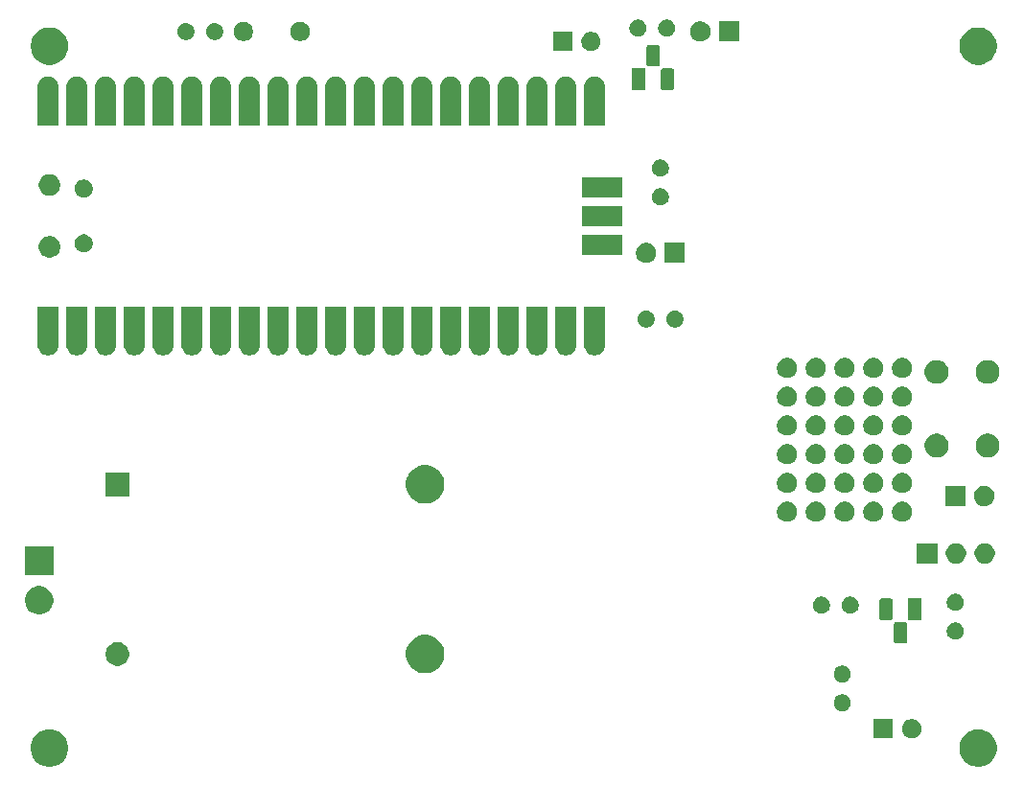
<source format=gbr>
G04 #@! TF.GenerationSoftware,KiCad,Pcbnew,5.1.5+dfsg1-2build2*
G04 #@! TF.CreationDate,2021-11-10T17:59:44-05:00*
G04 #@! TF.ProjectId,SINSONTE_MODEL_A,53494e53-4f4e-4544-955f-4d4f44454c5f,rev?*
G04 #@! TF.SameCoordinates,Original*
G04 #@! TF.FileFunction,Soldermask,Top*
G04 #@! TF.FilePolarity,Negative*
%FSLAX46Y46*%
G04 Gerber Fmt 4.6, Leading zero omitted, Abs format (unit mm)*
G04 Created by KiCad (PCBNEW 5.1.5+dfsg1-2build2) date 2021-11-10 17:59:44*
%MOMM*%
%LPD*%
G04 APERTURE LIST*
%ADD10C,0.100000*%
G04 APERTURE END LIST*
D10*
G36*
X136337636Y-114383815D02*
G01*
X136481579Y-114412447D01*
X136782042Y-114536903D01*
X137052451Y-114717585D01*
X137282415Y-114947549D01*
X137463097Y-115217958D01*
X137587553Y-115518421D01*
X137651000Y-115837391D01*
X137651000Y-116162609D01*
X137587553Y-116481579D01*
X137463097Y-116782042D01*
X137282415Y-117052451D01*
X137052451Y-117282415D01*
X136782042Y-117463097D01*
X136481579Y-117587553D01*
X136375256Y-117608702D01*
X136162611Y-117651000D01*
X135837389Y-117651000D01*
X135624744Y-117608702D01*
X135518421Y-117587553D01*
X135217958Y-117463097D01*
X134947549Y-117282415D01*
X134717585Y-117052451D01*
X134536903Y-116782042D01*
X134412447Y-116481579D01*
X134349000Y-116162609D01*
X134349000Y-115837391D01*
X134412447Y-115518421D01*
X134536903Y-115217958D01*
X134717585Y-114947549D01*
X134947549Y-114717585D01*
X135217958Y-114536903D01*
X135518421Y-114412447D01*
X135662364Y-114383815D01*
X135837389Y-114349000D01*
X136162611Y-114349000D01*
X136337636Y-114383815D01*
G37*
G36*
X54337636Y-114383815D02*
G01*
X54481579Y-114412447D01*
X54782042Y-114536903D01*
X55052451Y-114717585D01*
X55282415Y-114947549D01*
X55463097Y-115217958D01*
X55587553Y-115518421D01*
X55651000Y-115837391D01*
X55651000Y-116162609D01*
X55587553Y-116481579D01*
X55463097Y-116782042D01*
X55282415Y-117052451D01*
X55052451Y-117282415D01*
X54782042Y-117463097D01*
X54481579Y-117587553D01*
X54375256Y-117608702D01*
X54162611Y-117651000D01*
X53837389Y-117651000D01*
X53624744Y-117608702D01*
X53518421Y-117587553D01*
X53217958Y-117463097D01*
X52947549Y-117282415D01*
X52717585Y-117052451D01*
X52536903Y-116782042D01*
X52412447Y-116481579D01*
X52349000Y-116162609D01*
X52349000Y-115837391D01*
X52412447Y-115518421D01*
X52536903Y-115217958D01*
X52717585Y-114947549D01*
X52947549Y-114717585D01*
X53217958Y-114536903D01*
X53518421Y-114412447D01*
X53662364Y-114383815D01*
X53837389Y-114349000D01*
X54162611Y-114349000D01*
X54337636Y-114383815D01*
G37*
G36*
X130383228Y-113481703D02*
G01*
X130538100Y-113545853D01*
X130677481Y-113638985D01*
X130796015Y-113757519D01*
X130889147Y-113896900D01*
X130953297Y-114051772D01*
X130986000Y-114216184D01*
X130986000Y-114383816D01*
X130953297Y-114548228D01*
X130889147Y-114703100D01*
X130796015Y-114842481D01*
X130677481Y-114961015D01*
X130538100Y-115054147D01*
X130383228Y-115118297D01*
X130218816Y-115151000D01*
X130051184Y-115151000D01*
X129886772Y-115118297D01*
X129731900Y-115054147D01*
X129592519Y-114961015D01*
X129473985Y-114842481D01*
X129380853Y-114703100D01*
X129316703Y-114548228D01*
X129284000Y-114383816D01*
X129284000Y-114216184D01*
X129316703Y-114051772D01*
X129380853Y-113896900D01*
X129473985Y-113757519D01*
X129592519Y-113638985D01*
X129731900Y-113545853D01*
X129886772Y-113481703D01*
X130051184Y-113449000D01*
X130218816Y-113449000D01*
X130383228Y-113481703D01*
G37*
G36*
X128486000Y-115151000D02*
G01*
X126784000Y-115151000D01*
X126784000Y-113449000D01*
X128486000Y-113449000D01*
X128486000Y-115151000D01*
G37*
G36*
X124219059Y-111277860D02*
G01*
X124355732Y-111334472D01*
X124478735Y-111416660D01*
X124583340Y-111521265D01*
X124665528Y-111644268D01*
X124722140Y-111780941D01*
X124751000Y-111926033D01*
X124751000Y-112073967D01*
X124722140Y-112219059D01*
X124665528Y-112355732D01*
X124583340Y-112478735D01*
X124478735Y-112583340D01*
X124355732Y-112665528D01*
X124355731Y-112665529D01*
X124355730Y-112665529D01*
X124219059Y-112722140D01*
X124073968Y-112751000D01*
X123926032Y-112751000D01*
X123780941Y-112722140D01*
X123644270Y-112665529D01*
X123644269Y-112665529D01*
X123644268Y-112665528D01*
X123521265Y-112583340D01*
X123416660Y-112478735D01*
X123334472Y-112355732D01*
X123277860Y-112219059D01*
X123249000Y-112073967D01*
X123249000Y-111926033D01*
X123277860Y-111780941D01*
X123334472Y-111644268D01*
X123416660Y-111521265D01*
X123521265Y-111416660D01*
X123644268Y-111334472D01*
X123780941Y-111277860D01*
X123926032Y-111249000D01*
X124073968Y-111249000D01*
X124219059Y-111277860D01*
G37*
G36*
X124219059Y-108737860D02*
G01*
X124331231Y-108784323D01*
X124355732Y-108794472D01*
X124478735Y-108876660D01*
X124583340Y-108981265D01*
X124665528Y-109104268D01*
X124722140Y-109240941D01*
X124751000Y-109386033D01*
X124751000Y-109533967D01*
X124722140Y-109679059D01*
X124665528Y-109815732D01*
X124583340Y-109938735D01*
X124478735Y-110043340D01*
X124355732Y-110125528D01*
X124355731Y-110125529D01*
X124355730Y-110125529D01*
X124219059Y-110182140D01*
X124073968Y-110211000D01*
X123926032Y-110211000D01*
X123780941Y-110182140D01*
X123644270Y-110125529D01*
X123644269Y-110125529D01*
X123644268Y-110125528D01*
X123521265Y-110043340D01*
X123416660Y-109938735D01*
X123334472Y-109815732D01*
X123277860Y-109679059D01*
X123249000Y-109533967D01*
X123249000Y-109386033D01*
X123277860Y-109240941D01*
X123334472Y-109104268D01*
X123416660Y-108981265D01*
X123521265Y-108876660D01*
X123644268Y-108794472D01*
X123668770Y-108784323D01*
X123780941Y-108737860D01*
X123926032Y-108709000D01*
X124073968Y-108709000D01*
X124219059Y-108737860D01*
G37*
G36*
X87661162Y-106064368D02*
G01*
X87970724Y-106192593D01*
X87970725Y-106192594D01*
X88249324Y-106378747D01*
X88486253Y-106615676D01*
X88556217Y-106720385D01*
X88672407Y-106894276D01*
X88800632Y-107203838D01*
X88866000Y-107532465D01*
X88866000Y-107867535D01*
X88800632Y-108196162D01*
X88672407Y-108505724D01*
X88672406Y-108505725D01*
X88486253Y-108784324D01*
X88249324Y-109021253D01*
X88063170Y-109145637D01*
X87970724Y-109207407D01*
X87661162Y-109335632D01*
X87332535Y-109401000D01*
X86997465Y-109401000D01*
X86668838Y-109335632D01*
X86359276Y-109207407D01*
X86266830Y-109145637D01*
X86080676Y-109021253D01*
X85843747Y-108784324D01*
X85657594Y-108505725D01*
X85657593Y-108505724D01*
X85529368Y-108196162D01*
X85464000Y-107867535D01*
X85464000Y-107532465D01*
X85529368Y-107203838D01*
X85657593Y-106894276D01*
X85773783Y-106720385D01*
X85843747Y-106615676D01*
X86080676Y-106378747D01*
X86359275Y-106192594D01*
X86359276Y-106192593D01*
X86668838Y-106064368D01*
X86997465Y-105999000D01*
X87332535Y-105999000D01*
X87661162Y-106064368D01*
G37*
G36*
X60306564Y-106689389D02*
G01*
X60497833Y-106768615D01*
X60497835Y-106768616D01*
X60669973Y-106883635D01*
X60816365Y-107030027D01*
X60931385Y-107202167D01*
X61010611Y-107393436D01*
X61051000Y-107596484D01*
X61051000Y-107803516D01*
X61010611Y-108006564D01*
X60932077Y-108196162D01*
X60931384Y-108197835D01*
X60816365Y-108369973D01*
X60669973Y-108516365D01*
X60497835Y-108631384D01*
X60497834Y-108631385D01*
X60497833Y-108631385D01*
X60306564Y-108710611D01*
X60103516Y-108751000D01*
X59896484Y-108751000D01*
X59693436Y-108710611D01*
X59502167Y-108631385D01*
X59502166Y-108631385D01*
X59502165Y-108631384D01*
X59330027Y-108516365D01*
X59183635Y-108369973D01*
X59068616Y-108197835D01*
X59067923Y-108196162D01*
X58989389Y-108006564D01*
X58949000Y-107803516D01*
X58949000Y-107596484D01*
X58989389Y-107393436D01*
X59068615Y-107202167D01*
X59183635Y-107030027D01*
X59330027Y-106883635D01*
X59502165Y-106768616D01*
X59502167Y-106768615D01*
X59693436Y-106689389D01*
X59896484Y-106649000D01*
X60103516Y-106649000D01*
X60306564Y-106689389D01*
G37*
G36*
X129568315Y-104864166D02*
G01*
X129612847Y-104877675D01*
X129644077Y-104894368D01*
X129658680Y-104900417D01*
X129669744Y-104912624D01*
X129689864Y-104929136D01*
X129719385Y-104965108D01*
X129741326Y-105006157D01*
X129754834Y-105050685D01*
X129760000Y-105103140D01*
X129760000Y-106516860D01*
X129754834Y-106569315D01*
X129741326Y-106613843D01*
X129719385Y-106654892D01*
X129689864Y-106690864D01*
X129653892Y-106720385D01*
X129612843Y-106742326D01*
X129568315Y-106755834D01*
X129515860Y-106761000D01*
X128802140Y-106761000D01*
X128749685Y-106755834D01*
X128705157Y-106742326D01*
X128664108Y-106720385D01*
X128628136Y-106690864D01*
X128598615Y-106654892D01*
X128576674Y-106613843D01*
X128563166Y-106569315D01*
X128558000Y-106516860D01*
X128558000Y-105103140D01*
X128563166Y-105050685D01*
X128576674Y-105006157D01*
X128598615Y-104965108D01*
X128628136Y-104929136D01*
X128664108Y-104899615D01*
X128705157Y-104877674D01*
X128749685Y-104864166D01*
X128802140Y-104859000D01*
X129515860Y-104859000D01*
X129568315Y-104864166D01*
G37*
G36*
X134204059Y-104941860D02*
G01*
X134326438Y-104992551D01*
X134340732Y-104998472D01*
X134463735Y-105080660D01*
X134568340Y-105185265D01*
X134650528Y-105308268D01*
X134707140Y-105444941D01*
X134736000Y-105590033D01*
X134736000Y-105737967D01*
X134707140Y-105883059D01*
X134650528Y-106019732D01*
X134568340Y-106142735D01*
X134463735Y-106247340D01*
X134340732Y-106329528D01*
X134340731Y-106329529D01*
X134340730Y-106329529D01*
X134204059Y-106386140D01*
X134058968Y-106415000D01*
X133911032Y-106415000D01*
X133765941Y-106386140D01*
X133629270Y-106329529D01*
X133629269Y-106329529D01*
X133629268Y-106329528D01*
X133506265Y-106247340D01*
X133401660Y-106142735D01*
X133319472Y-106019732D01*
X133262860Y-105883059D01*
X133234000Y-105737967D01*
X133234000Y-105590033D01*
X133262860Y-105444941D01*
X133319472Y-105308268D01*
X133401660Y-105185265D01*
X133506265Y-105080660D01*
X133629268Y-104998472D01*
X133643563Y-104992551D01*
X133765941Y-104941860D01*
X133911032Y-104913000D01*
X134058968Y-104913000D01*
X134204059Y-104941860D01*
G37*
G36*
X131030000Y-104691000D02*
G01*
X129828000Y-104691000D01*
X129828000Y-102789000D01*
X131030000Y-102789000D01*
X131030000Y-104691000D01*
G37*
G36*
X128298315Y-102794166D02*
G01*
X128342843Y-102807674D01*
X128383892Y-102829615D01*
X128419864Y-102859136D01*
X128449385Y-102895108D01*
X128471326Y-102936157D01*
X128484834Y-102980685D01*
X128490000Y-103033140D01*
X128490000Y-104446860D01*
X128484834Y-104499315D01*
X128471326Y-104543843D01*
X128449385Y-104584892D01*
X128419864Y-104620864D01*
X128383892Y-104650385D01*
X128342843Y-104672326D01*
X128298315Y-104685834D01*
X128245860Y-104691000D01*
X127532140Y-104691000D01*
X127479685Y-104685834D01*
X127435157Y-104672326D01*
X127394108Y-104650385D01*
X127358136Y-104620864D01*
X127328615Y-104584892D01*
X127306674Y-104543843D01*
X127293166Y-104499315D01*
X127288000Y-104446860D01*
X127288000Y-103033140D01*
X127293166Y-102980685D01*
X127306674Y-102936157D01*
X127328615Y-102895108D01*
X127358136Y-102859136D01*
X127394108Y-102829615D01*
X127435157Y-102807674D01*
X127479685Y-102794166D01*
X127532140Y-102789000D01*
X128245860Y-102789000D01*
X128298315Y-102794166D01*
G37*
G36*
X53450903Y-101738075D02*
G01*
X53678571Y-101832378D01*
X53883466Y-101969285D01*
X54057715Y-102143534D01*
X54057716Y-102143536D01*
X54194623Y-102348431D01*
X54288925Y-102576097D01*
X54337000Y-102817786D01*
X54337000Y-103064214D01*
X54288925Y-103305903D01*
X54228424Y-103451967D01*
X54194622Y-103533571D01*
X54057715Y-103738466D01*
X53883466Y-103912715D01*
X53678571Y-104049622D01*
X53678570Y-104049623D01*
X53678569Y-104049623D01*
X53450903Y-104143925D01*
X53209214Y-104192000D01*
X52962786Y-104192000D01*
X52721097Y-104143925D01*
X52493431Y-104049623D01*
X52493430Y-104049623D01*
X52493429Y-104049622D01*
X52288534Y-103912715D01*
X52114285Y-103738466D01*
X51977378Y-103533571D01*
X51943577Y-103451967D01*
X51883075Y-103305903D01*
X51835000Y-103064214D01*
X51835000Y-102817786D01*
X51883075Y-102576097D01*
X51977377Y-102348431D01*
X52114284Y-102143536D01*
X52114285Y-102143534D01*
X52288534Y-101969285D01*
X52493429Y-101832378D01*
X52721097Y-101738075D01*
X52962786Y-101690000D01*
X53209214Y-101690000D01*
X53450903Y-101738075D01*
G37*
G36*
X122393059Y-102655860D02*
G01*
X122529732Y-102712472D01*
X122652735Y-102794660D01*
X122757340Y-102899265D01*
X122772899Y-102922551D01*
X122839529Y-103022270D01*
X122896140Y-103158941D01*
X122925000Y-103304033D01*
X122925000Y-103451967D01*
X122896140Y-103597059D01*
X122839528Y-103733732D01*
X122757340Y-103856735D01*
X122652735Y-103961340D01*
X122529732Y-104043528D01*
X122529731Y-104043529D01*
X122529730Y-104043529D01*
X122393059Y-104100140D01*
X122247968Y-104129000D01*
X122100032Y-104129000D01*
X121954941Y-104100140D01*
X121818270Y-104043529D01*
X121818269Y-104043529D01*
X121818268Y-104043528D01*
X121695265Y-103961340D01*
X121590660Y-103856735D01*
X121508472Y-103733732D01*
X121451860Y-103597059D01*
X121423000Y-103451967D01*
X121423000Y-103304033D01*
X121451860Y-103158941D01*
X121508471Y-103022270D01*
X121575101Y-102922551D01*
X121590660Y-102899265D01*
X121695265Y-102794660D01*
X121818268Y-102712472D01*
X121954941Y-102655860D01*
X122100032Y-102627000D01*
X122247968Y-102627000D01*
X122393059Y-102655860D01*
G37*
G36*
X124933059Y-102655860D02*
G01*
X125069732Y-102712472D01*
X125192735Y-102794660D01*
X125297340Y-102899265D01*
X125312899Y-102922551D01*
X125379529Y-103022270D01*
X125436140Y-103158941D01*
X125465000Y-103304033D01*
X125465000Y-103451967D01*
X125436140Y-103597059D01*
X125379528Y-103733732D01*
X125297340Y-103856735D01*
X125192735Y-103961340D01*
X125069732Y-104043528D01*
X125069731Y-104043529D01*
X125069730Y-104043529D01*
X124933059Y-104100140D01*
X124787968Y-104129000D01*
X124640032Y-104129000D01*
X124494941Y-104100140D01*
X124358270Y-104043529D01*
X124358269Y-104043529D01*
X124358268Y-104043528D01*
X124235265Y-103961340D01*
X124130660Y-103856735D01*
X124048472Y-103733732D01*
X123991860Y-103597059D01*
X123963000Y-103451967D01*
X123963000Y-103304033D01*
X123991860Y-103158941D01*
X124048471Y-103022270D01*
X124115101Y-102922551D01*
X124130660Y-102899265D01*
X124235265Y-102794660D01*
X124358268Y-102712472D01*
X124494941Y-102655860D01*
X124640032Y-102627000D01*
X124787968Y-102627000D01*
X124933059Y-102655860D01*
G37*
G36*
X134204059Y-102401860D02*
G01*
X134340732Y-102458472D01*
X134463735Y-102540660D01*
X134568340Y-102645265D01*
X134650528Y-102768268D01*
X134707140Y-102904941D01*
X134736000Y-103050033D01*
X134736000Y-103197967D01*
X134707140Y-103343059D01*
X134650528Y-103479732D01*
X134568340Y-103602735D01*
X134463735Y-103707340D01*
X134340732Y-103789528D01*
X134340731Y-103789529D01*
X134340730Y-103789529D01*
X134204059Y-103846140D01*
X134058968Y-103875000D01*
X133911032Y-103875000D01*
X133765941Y-103846140D01*
X133629270Y-103789529D01*
X133629269Y-103789529D01*
X133629268Y-103789528D01*
X133506265Y-103707340D01*
X133401660Y-103602735D01*
X133319472Y-103479732D01*
X133262860Y-103343059D01*
X133234000Y-103197967D01*
X133234000Y-103050033D01*
X133262860Y-102904941D01*
X133319472Y-102768268D01*
X133401660Y-102645265D01*
X133506265Y-102540660D01*
X133629268Y-102458472D01*
X133765941Y-102401860D01*
X133911032Y-102373000D01*
X134058968Y-102373000D01*
X134204059Y-102401860D01*
G37*
G36*
X54337000Y-100692000D02*
G01*
X51835000Y-100692000D01*
X51835000Y-98190000D01*
X54337000Y-98190000D01*
X54337000Y-100692000D01*
G37*
G36*
X134162012Y-97909927D02*
G01*
X134311312Y-97939624D01*
X134475284Y-98007544D01*
X134622854Y-98106147D01*
X134748353Y-98231646D01*
X134846956Y-98379216D01*
X134914876Y-98543188D01*
X134949500Y-98717259D01*
X134949500Y-98894741D01*
X134914876Y-99068812D01*
X134846956Y-99232784D01*
X134748353Y-99380354D01*
X134622854Y-99505853D01*
X134475284Y-99604456D01*
X134311312Y-99672376D01*
X134162012Y-99702073D01*
X134137242Y-99707000D01*
X133959758Y-99707000D01*
X133934988Y-99702073D01*
X133785688Y-99672376D01*
X133621716Y-99604456D01*
X133474146Y-99505853D01*
X133348647Y-99380354D01*
X133250044Y-99232784D01*
X133182124Y-99068812D01*
X133147500Y-98894741D01*
X133147500Y-98717259D01*
X133182124Y-98543188D01*
X133250044Y-98379216D01*
X133348647Y-98231646D01*
X133474146Y-98106147D01*
X133621716Y-98007544D01*
X133785688Y-97939624D01*
X133934988Y-97909927D01*
X133959758Y-97905000D01*
X134137242Y-97905000D01*
X134162012Y-97909927D01*
G37*
G36*
X132409500Y-99707000D02*
G01*
X130607500Y-99707000D01*
X130607500Y-97905000D01*
X132409500Y-97905000D01*
X132409500Y-99707000D01*
G37*
G36*
X136702012Y-97909927D02*
G01*
X136851312Y-97939624D01*
X137015284Y-98007544D01*
X137162854Y-98106147D01*
X137288353Y-98231646D01*
X137386956Y-98379216D01*
X137454876Y-98543188D01*
X137489500Y-98717259D01*
X137489500Y-98894741D01*
X137454876Y-99068812D01*
X137386956Y-99232784D01*
X137288353Y-99380354D01*
X137162854Y-99505853D01*
X137015284Y-99604456D01*
X136851312Y-99672376D01*
X136702012Y-99702073D01*
X136677242Y-99707000D01*
X136499758Y-99707000D01*
X136474988Y-99702073D01*
X136325688Y-99672376D01*
X136161716Y-99604456D01*
X136014146Y-99505853D01*
X135888647Y-99380354D01*
X135790044Y-99232784D01*
X135722124Y-99068812D01*
X135687500Y-98894741D01*
X135687500Y-98717259D01*
X135722124Y-98543188D01*
X135790044Y-98379216D01*
X135888647Y-98231646D01*
X136014146Y-98106147D01*
X136161716Y-98007544D01*
X136325688Y-97939624D01*
X136474988Y-97909927D01*
X136499758Y-97905000D01*
X136677242Y-97905000D01*
X136702012Y-97909927D01*
G37*
G36*
X124319512Y-94226927D02*
G01*
X124468812Y-94256624D01*
X124632784Y-94324544D01*
X124780354Y-94423147D01*
X124905853Y-94548646D01*
X125004456Y-94696216D01*
X125072376Y-94860188D01*
X125107000Y-95034259D01*
X125107000Y-95211741D01*
X125072376Y-95385812D01*
X125004456Y-95549784D01*
X124905853Y-95697354D01*
X124780354Y-95822853D01*
X124632784Y-95921456D01*
X124468812Y-95989376D01*
X124319512Y-96019073D01*
X124294742Y-96024000D01*
X124117258Y-96024000D01*
X124092488Y-96019073D01*
X123943188Y-95989376D01*
X123779216Y-95921456D01*
X123631646Y-95822853D01*
X123506147Y-95697354D01*
X123407544Y-95549784D01*
X123339624Y-95385812D01*
X123305000Y-95211741D01*
X123305000Y-95034259D01*
X123339624Y-94860188D01*
X123407544Y-94696216D01*
X123506147Y-94548646D01*
X123631646Y-94423147D01*
X123779216Y-94324544D01*
X123943188Y-94256624D01*
X124092488Y-94226927D01*
X124117258Y-94222000D01*
X124294742Y-94222000D01*
X124319512Y-94226927D01*
G37*
G36*
X119239512Y-94226927D02*
G01*
X119388812Y-94256624D01*
X119552784Y-94324544D01*
X119700354Y-94423147D01*
X119825853Y-94548646D01*
X119924456Y-94696216D01*
X119992376Y-94860188D01*
X120027000Y-95034259D01*
X120027000Y-95211741D01*
X119992376Y-95385812D01*
X119924456Y-95549784D01*
X119825853Y-95697354D01*
X119700354Y-95822853D01*
X119552784Y-95921456D01*
X119388812Y-95989376D01*
X119239512Y-96019073D01*
X119214742Y-96024000D01*
X119037258Y-96024000D01*
X119012488Y-96019073D01*
X118863188Y-95989376D01*
X118699216Y-95921456D01*
X118551646Y-95822853D01*
X118426147Y-95697354D01*
X118327544Y-95549784D01*
X118259624Y-95385812D01*
X118225000Y-95211741D01*
X118225000Y-95034259D01*
X118259624Y-94860188D01*
X118327544Y-94696216D01*
X118426147Y-94548646D01*
X118551646Y-94423147D01*
X118699216Y-94324544D01*
X118863188Y-94256624D01*
X119012488Y-94226927D01*
X119037258Y-94222000D01*
X119214742Y-94222000D01*
X119239512Y-94226927D01*
G37*
G36*
X121779512Y-94226927D02*
G01*
X121928812Y-94256624D01*
X122092784Y-94324544D01*
X122240354Y-94423147D01*
X122365853Y-94548646D01*
X122464456Y-94696216D01*
X122532376Y-94860188D01*
X122567000Y-95034259D01*
X122567000Y-95211741D01*
X122532376Y-95385812D01*
X122464456Y-95549784D01*
X122365853Y-95697354D01*
X122240354Y-95822853D01*
X122092784Y-95921456D01*
X121928812Y-95989376D01*
X121779512Y-96019073D01*
X121754742Y-96024000D01*
X121577258Y-96024000D01*
X121552488Y-96019073D01*
X121403188Y-95989376D01*
X121239216Y-95921456D01*
X121091646Y-95822853D01*
X120966147Y-95697354D01*
X120867544Y-95549784D01*
X120799624Y-95385812D01*
X120765000Y-95211741D01*
X120765000Y-95034259D01*
X120799624Y-94860188D01*
X120867544Y-94696216D01*
X120966147Y-94548646D01*
X121091646Y-94423147D01*
X121239216Y-94324544D01*
X121403188Y-94256624D01*
X121552488Y-94226927D01*
X121577258Y-94222000D01*
X121754742Y-94222000D01*
X121779512Y-94226927D01*
G37*
G36*
X129399512Y-94226927D02*
G01*
X129548812Y-94256624D01*
X129712784Y-94324544D01*
X129860354Y-94423147D01*
X129985853Y-94548646D01*
X130084456Y-94696216D01*
X130152376Y-94860188D01*
X130187000Y-95034259D01*
X130187000Y-95211741D01*
X130152376Y-95385812D01*
X130084456Y-95549784D01*
X129985853Y-95697354D01*
X129860354Y-95822853D01*
X129712784Y-95921456D01*
X129548812Y-95989376D01*
X129399512Y-96019073D01*
X129374742Y-96024000D01*
X129197258Y-96024000D01*
X129172488Y-96019073D01*
X129023188Y-95989376D01*
X128859216Y-95921456D01*
X128711646Y-95822853D01*
X128586147Y-95697354D01*
X128487544Y-95549784D01*
X128419624Y-95385812D01*
X128385000Y-95211741D01*
X128385000Y-95034259D01*
X128419624Y-94860188D01*
X128487544Y-94696216D01*
X128586147Y-94548646D01*
X128711646Y-94423147D01*
X128859216Y-94324544D01*
X129023188Y-94256624D01*
X129172488Y-94226927D01*
X129197258Y-94222000D01*
X129374742Y-94222000D01*
X129399512Y-94226927D01*
G37*
G36*
X126859512Y-94226927D02*
G01*
X127008812Y-94256624D01*
X127172784Y-94324544D01*
X127320354Y-94423147D01*
X127445853Y-94548646D01*
X127544456Y-94696216D01*
X127612376Y-94860188D01*
X127647000Y-95034259D01*
X127647000Y-95211741D01*
X127612376Y-95385812D01*
X127544456Y-95549784D01*
X127445853Y-95697354D01*
X127320354Y-95822853D01*
X127172784Y-95921456D01*
X127008812Y-95989376D01*
X126859512Y-96019073D01*
X126834742Y-96024000D01*
X126657258Y-96024000D01*
X126632488Y-96019073D01*
X126483188Y-95989376D01*
X126319216Y-95921456D01*
X126171646Y-95822853D01*
X126046147Y-95697354D01*
X125947544Y-95549784D01*
X125879624Y-95385812D01*
X125845000Y-95211741D01*
X125845000Y-95034259D01*
X125879624Y-94860188D01*
X125947544Y-94696216D01*
X126046147Y-94548646D01*
X126171646Y-94423147D01*
X126319216Y-94324544D01*
X126483188Y-94256624D01*
X126632488Y-94226927D01*
X126657258Y-94222000D01*
X126834742Y-94222000D01*
X126859512Y-94226927D01*
G37*
G36*
X134886000Y-94627000D02*
G01*
X133084000Y-94627000D01*
X133084000Y-92825000D01*
X134886000Y-92825000D01*
X134886000Y-94627000D01*
G37*
G36*
X136638512Y-92829927D02*
G01*
X136787812Y-92859624D01*
X136951784Y-92927544D01*
X137099354Y-93026147D01*
X137224853Y-93151646D01*
X137323456Y-93299216D01*
X137391376Y-93463188D01*
X137426000Y-93637259D01*
X137426000Y-93814741D01*
X137391376Y-93988812D01*
X137323456Y-94152784D01*
X137224853Y-94300354D01*
X137099354Y-94425853D01*
X136951784Y-94524456D01*
X136787812Y-94592376D01*
X136638512Y-94622073D01*
X136613742Y-94627000D01*
X136436258Y-94627000D01*
X136411488Y-94622073D01*
X136262188Y-94592376D01*
X136098216Y-94524456D01*
X135950646Y-94425853D01*
X135825147Y-94300354D01*
X135726544Y-94152784D01*
X135658624Y-93988812D01*
X135624000Y-93814741D01*
X135624000Y-93637259D01*
X135658624Y-93463188D01*
X135726544Y-93299216D01*
X135825147Y-93151646D01*
X135950646Y-93026147D01*
X136098216Y-92927544D01*
X136262188Y-92859624D01*
X136411488Y-92829927D01*
X136436258Y-92825000D01*
X136613742Y-92825000D01*
X136638512Y-92829927D01*
G37*
G36*
X87661162Y-91074368D02*
G01*
X87970724Y-91202593D01*
X87970725Y-91202594D01*
X88249324Y-91388747D01*
X88486253Y-91625676D01*
X88508519Y-91659000D01*
X88672407Y-91904276D01*
X88800632Y-92213838D01*
X88866000Y-92542465D01*
X88866000Y-92877535D01*
X88800632Y-93206162D01*
X88672407Y-93515724D01*
X88672406Y-93515725D01*
X88486253Y-93794324D01*
X88249324Y-94031253D01*
X88067442Y-94152782D01*
X87970724Y-94217407D01*
X87661162Y-94345632D01*
X87332535Y-94411000D01*
X86997465Y-94411000D01*
X86668838Y-94345632D01*
X86359276Y-94217407D01*
X86262558Y-94152782D01*
X86080676Y-94031253D01*
X85843747Y-93794324D01*
X85657594Y-93515725D01*
X85657593Y-93515724D01*
X85529368Y-93206162D01*
X85464000Y-92877535D01*
X85464000Y-92542465D01*
X85529368Y-92213838D01*
X85657593Y-91904276D01*
X85821481Y-91659000D01*
X85843747Y-91625676D01*
X86080676Y-91388747D01*
X86359275Y-91202594D01*
X86359276Y-91202593D01*
X86668838Y-91074368D01*
X86997465Y-91009000D01*
X87332535Y-91009000D01*
X87661162Y-91074368D01*
G37*
G36*
X61051000Y-93761000D02*
G01*
X58949000Y-93761000D01*
X58949000Y-91659000D01*
X61051000Y-91659000D01*
X61051000Y-93761000D01*
G37*
G36*
X126859512Y-91686927D02*
G01*
X127008812Y-91716624D01*
X127172784Y-91784544D01*
X127320354Y-91883147D01*
X127445853Y-92008646D01*
X127544456Y-92156216D01*
X127612376Y-92320188D01*
X127647000Y-92494259D01*
X127647000Y-92671741D01*
X127612376Y-92845812D01*
X127544456Y-93009784D01*
X127445853Y-93157354D01*
X127320354Y-93282853D01*
X127172784Y-93381456D01*
X127008812Y-93449376D01*
X126859512Y-93479073D01*
X126834742Y-93484000D01*
X126657258Y-93484000D01*
X126632488Y-93479073D01*
X126483188Y-93449376D01*
X126319216Y-93381456D01*
X126171646Y-93282853D01*
X126046147Y-93157354D01*
X125947544Y-93009784D01*
X125879624Y-92845812D01*
X125845000Y-92671741D01*
X125845000Y-92494259D01*
X125879624Y-92320188D01*
X125947544Y-92156216D01*
X126046147Y-92008646D01*
X126171646Y-91883147D01*
X126319216Y-91784544D01*
X126483188Y-91716624D01*
X126632488Y-91686927D01*
X126657258Y-91682000D01*
X126834742Y-91682000D01*
X126859512Y-91686927D01*
G37*
G36*
X129399512Y-91686927D02*
G01*
X129548812Y-91716624D01*
X129712784Y-91784544D01*
X129860354Y-91883147D01*
X129985853Y-92008646D01*
X130084456Y-92156216D01*
X130152376Y-92320188D01*
X130187000Y-92494259D01*
X130187000Y-92671741D01*
X130152376Y-92845812D01*
X130084456Y-93009784D01*
X129985853Y-93157354D01*
X129860354Y-93282853D01*
X129712784Y-93381456D01*
X129548812Y-93449376D01*
X129399512Y-93479073D01*
X129374742Y-93484000D01*
X129197258Y-93484000D01*
X129172488Y-93479073D01*
X129023188Y-93449376D01*
X128859216Y-93381456D01*
X128711646Y-93282853D01*
X128586147Y-93157354D01*
X128487544Y-93009784D01*
X128419624Y-92845812D01*
X128385000Y-92671741D01*
X128385000Y-92494259D01*
X128419624Y-92320188D01*
X128487544Y-92156216D01*
X128586147Y-92008646D01*
X128711646Y-91883147D01*
X128859216Y-91784544D01*
X129023188Y-91716624D01*
X129172488Y-91686927D01*
X129197258Y-91682000D01*
X129374742Y-91682000D01*
X129399512Y-91686927D01*
G37*
G36*
X124319512Y-91686927D02*
G01*
X124468812Y-91716624D01*
X124632784Y-91784544D01*
X124780354Y-91883147D01*
X124905853Y-92008646D01*
X125004456Y-92156216D01*
X125072376Y-92320188D01*
X125107000Y-92494259D01*
X125107000Y-92671741D01*
X125072376Y-92845812D01*
X125004456Y-93009784D01*
X124905853Y-93157354D01*
X124780354Y-93282853D01*
X124632784Y-93381456D01*
X124468812Y-93449376D01*
X124319512Y-93479073D01*
X124294742Y-93484000D01*
X124117258Y-93484000D01*
X124092488Y-93479073D01*
X123943188Y-93449376D01*
X123779216Y-93381456D01*
X123631646Y-93282853D01*
X123506147Y-93157354D01*
X123407544Y-93009784D01*
X123339624Y-92845812D01*
X123305000Y-92671741D01*
X123305000Y-92494259D01*
X123339624Y-92320188D01*
X123407544Y-92156216D01*
X123506147Y-92008646D01*
X123631646Y-91883147D01*
X123779216Y-91784544D01*
X123943188Y-91716624D01*
X124092488Y-91686927D01*
X124117258Y-91682000D01*
X124294742Y-91682000D01*
X124319512Y-91686927D01*
G37*
G36*
X121779512Y-91686927D02*
G01*
X121928812Y-91716624D01*
X122092784Y-91784544D01*
X122240354Y-91883147D01*
X122365853Y-92008646D01*
X122464456Y-92156216D01*
X122532376Y-92320188D01*
X122567000Y-92494259D01*
X122567000Y-92671741D01*
X122532376Y-92845812D01*
X122464456Y-93009784D01*
X122365853Y-93157354D01*
X122240354Y-93282853D01*
X122092784Y-93381456D01*
X121928812Y-93449376D01*
X121779512Y-93479073D01*
X121754742Y-93484000D01*
X121577258Y-93484000D01*
X121552488Y-93479073D01*
X121403188Y-93449376D01*
X121239216Y-93381456D01*
X121091646Y-93282853D01*
X120966147Y-93157354D01*
X120867544Y-93009784D01*
X120799624Y-92845812D01*
X120765000Y-92671741D01*
X120765000Y-92494259D01*
X120799624Y-92320188D01*
X120867544Y-92156216D01*
X120966147Y-92008646D01*
X121091646Y-91883147D01*
X121239216Y-91784544D01*
X121403188Y-91716624D01*
X121552488Y-91686927D01*
X121577258Y-91682000D01*
X121754742Y-91682000D01*
X121779512Y-91686927D01*
G37*
G36*
X119239512Y-91686927D02*
G01*
X119388812Y-91716624D01*
X119552784Y-91784544D01*
X119700354Y-91883147D01*
X119825853Y-92008646D01*
X119924456Y-92156216D01*
X119992376Y-92320188D01*
X120027000Y-92494259D01*
X120027000Y-92671741D01*
X119992376Y-92845812D01*
X119924456Y-93009784D01*
X119825853Y-93157354D01*
X119700354Y-93282853D01*
X119552784Y-93381456D01*
X119388812Y-93449376D01*
X119239512Y-93479073D01*
X119214742Y-93484000D01*
X119037258Y-93484000D01*
X119012488Y-93479073D01*
X118863188Y-93449376D01*
X118699216Y-93381456D01*
X118551646Y-93282853D01*
X118426147Y-93157354D01*
X118327544Y-93009784D01*
X118259624Y-92845812D01*
X118225000Y-92671741D01*
X118225000Y-92494259D01*
X118259624Y-92320188D01*
X118327544Y-92156216D01*
X118426147Y-92008646D01*
X118551646Y-91883147D01*
X118699216Y-91784544D01*
X118863188Y-91716624D01*
X119012488Y-91686927D01*
X119037258Y-91682000D01*
X119214742Y-91682000D01*
X119239512Y-91686927D01*
G37*
G36*
X126859512Y-89146927D02*
G01*
X127008812Y-89176624D01*
X127172784Y-89244544D01*
X127320354Y-89343147D01*
X127445853Y-89468646D01*
X127544456Y-89616216D01*
X127612376Y-89780188D01*
X127642073Y-89929488D01*
X127646347Y-89950973D01*
X127647000Y-89954259D01*
X127647000Y-90131741D01*
X127612376Y-90305812D01*
X127544456Y-90469784D01*
X127445853Y-90617354D01*
X127320354Y-90742853D01*
X127172784Y-90841456D01*
X127008812Y-90909376D01*
X126859512Y-90939073D01*
X126834742Y-90944000D01*
X126657258Y-90944000D01*
X126632488Y-90939073D01*
X126483188Y-90909376D01*
X126319216Y-90841456D01*
X126171646Y-90742853D01*
X126046147Y-90617354D01*
X125947544Y-90469784D01*
X125879624Y-90305812D01*
X125845000Y-90131741D01*
X125845000Y-89954259D01*
X125845654Y-89950973D01*
X125849927Y-89929488D01*
X125879624Y-89780188D01*
X125947544Y-89616216D01*
X126046147Y-89468646D01*
X126171646Y-89343147D01*
X126319216Y-89244544D01*
X126483188Y-89176624D01*
X126632488Y-89146927D01*
X126657258Y-89142000D01*
X126834742Y-89142000D01*
X126859512Y-89146927D01*
G37*
G36*
X124319512Y-89146927D02*
G01*
X124468812Y-89176624D01*
X124632784Y-89244544D01*
X124780354Y-89343147D01*
X124905853Y-89468646D01*
X125004456Y-89616216D01*
X125072376Y-89780188D01*
X125102073Y-89929488D01*
X125106347Y-89950973D01*
X125107000Y-89954259D01*
X125107000Y-90131741D01*
X125072376Y-90305812D01*
X125004456Y-90469784D01*
X124905853Y-90617354D01*
X124780354Y-90742853D01*
X124632784Y-90841456D01*
X124468812Y-90909376D01*
X124319512Y-90939073D01*
X124294742Y-90944000D01*
X124117258Y-90944000D01*
X124092488Y-90939073D01*
X123943188Y-90909376D01*
X123779216Y-90841456D01*
X123631646Y-90742853D01*
X123506147Y-90617354D01*
X123407544Y-90469784D01*
X123339624Y-90305812D01*
X123305000Y-90131741D01*
X123305000Y-89954259D01*
X123305654Y-89950973D01*
X123309927Y-89929488D01*
X123339624Y-89780188D01*
X123407544Y-89616216D01*
X123506147Y-89468646D01*
X123631646Y-89343147D01*
X123779216Y-89244544D01*
X123943188Y-89176624D01*
X124092488Y-89146927D01*
X124117258Y-89142000D01*
X124294742Y-89142000D01*
X124319512Y-89146927D01*
G37*
G36*
X121779512Y-89146927D02*
G01*
X121928812Y-89176624D01*
X122092784Y-89244544D01*
X122240354Y-89343147D01*
X122365853Y-89468646D01*
X122464456Y-89616216D01*
X122532376Y-89780188D01*
X122562073Y-89929488D01*
X122566347Y-89950973D01*
X122567000Y-89954259D01*
X122567000Y-90131741D01*
X122532376Y-90305812D01*
X122464456Y-90469784D01*
X122365853Y-90617354D01*
X122240354Y-90742853D01*
X122092784Y-90841456D01*
X121928812Y-90909376D01*
X121779512Y-90939073D01*
X121754742Y-90944000D01*
X121577258Y-90944000D01*
X121552488Y-90939073D01*
X121403188Y-90909376D01*
X121239216Y-90841456D01*
X121091646Y-90742853D01*
X120966147Y-90617354D01*
X120867544Y-90469784D01*
X120799624Y-90305812D01*
X120765000Y-90131741D01*
X120765000Y-89954259D01*
X120765654Y-89950973D01*
X120769927Y-89929488D01*
X120799624Y-89780188D01*
X120867544Y-89616216D01*
X120966147Y-89468646D01*
X121091646Y-89343147D01*
X121239216Y-89244544D01*
X121403188Y-89176624D01*
X121552488Y-89146927D01*
X121577258Y-89142000D01*
X121754742Y-89142000D01*
X121779512Y-89146927D01*
G37*
G36*
X129399512Y-89146927D02*
G01*
X129548812Y-89176624D01*
X129712784Y-89244544D01*
X129860354Y-89343147D01*
X129985853Y-89468646D01*
X130084456Y-89616216D01*
X130152376Y-89780188D01*
X130182073Y-89929488D01*
X130186347Y-89950973D01*
X130187000Y-89954259D01*
X130187000Y-90131741D01*
X130152376Y-90305812D01*
X130084456Y-90469784D01*
X129985853Y-90617354D01*
X129860354Y-90742853D01*
X129712784Y-90841456D01*
X129548812Y-90909376D01*
X129399512Y-90939073D01*
X129374742Y-90944000D01*
X129197258Y-90944000D01*
X129172488Y-90939073D01*
X129023188Y-90909376D01*
X128859216Y-90841456D01*
X128711646Y-90742853D01*
X128586147Y-90617354D01*
X128487544Y-90469784D01*
X128419624Y-90305812D01*
X128385000Y-90131741D01*
X128385000Y-89954259D01*
X128385654Y-89950973D01*
X128389927Y-89929488D01*
X128419624Y-89780188D01*
X128487544Y-89616216D01*
X128586147Y-89468646D01*
X128711646Y-89343147D01*
X128859216Y-89244544D01*
X129023188Y-89176624D01*
X129172488Y-89146927D01*
X129197258Y-89142000D01*
X129374742Y-89142000D01*
X129399512Y-89146927D01*
G37*
G36*
X119239512Y-89146927D02*
G01*
X119388812Y-89176624D01*
X119552784Y-89244544D01*
X119700354Y-89343147D01*
X119825853Y-89468646D01*
X119924456Y-89616216D01*
X119992376Y-89780188D01*
X120022073Y-89929488D01*
X120026347Y-89950973D01*
X120027000Y-89954259D01*
X120027000Y-90131741D01*
X119992376Y-90305812D01*
X119924456Y-90469784D01*
X119825853Y-90617354D01*
X119700354Y-90742853D01*
X119552784Y-90841456D01*
X119388812Y-90909376D01*
X119239512Y-90939073D01*
X119214742Y-90944000D01*
X119037258Y-90944000D01*
X119012488Y-90939073D01*
X118863188Y-90909376D01*
X118699216Y-90841456D01*
X118551646Y-90742853D01*
X118426147Y-90617354D01*
X118327544Y-90469784D01*
X118259624Y-90305812D01*
X118225000Y-90131741D01*
X118225000Y-89954259D01*
X118225654Y-89950973D01*
X118229927Y-89929488D01*
X118259624Y-89780188D01*
X118327544Y-89616216D01*
X118426147Y-89468646D01*
X118551646Y-89343147D01*
X118699216Y-89244544D01*
X118863188Y-89176624D01*
X119012488Y-89146927D01*
X119037258Y-89142000D01*
X119214742Y-89142000D01*
X119239512Y-89146927D01*
G37*
G36*
X137140564Y-88270389D02*
G01*
X137331833Y-88349615D01*
X137331835Y-88349616D01*
X137413226Y-88404000D01*
X137503973Y-88464635D01*
X137650365Y-88611027D01*
X137765385Y-88783167D01*
X137844611Y-88974436D01*
X137885000Y-89177484D01*
X137885000Y-89384516D01*
X137844611Y-89587564D01*
X137832742Y-89616218D01*
X137765384Y-89778835D01*
X137650365Y-89950973D01*
X137503973Y-90097365D01*
X137331835Y-90212384D01*
X137331834Y-90212385D01*
X137331833Y-90212385D01*
X137140564Y-90291611D01*
X136937516Y-90332000D01*
X136730484Y-90332000D01*
X136527436Y-90291611D01*
X136336167Y-90212385D01*
X136336166Y-90212385D01*
X136336165Y-90212384D01*
X136164027Y-90097365D01*
X136017635Y-89950973D01*
X135902616Y-89778835D01*
X135835258Y-89616218D01*
X135823389Y-89587564D01*
X135783000Y-89384516D01*
X135783000Y-89177484D01*
X135823389Y-88974436D01*
X135902615Y-88783167D01*
X136017635Y-88611027D01*
X136164027Y-88464635D01*
X136254774Y-88404000D01*
X136336165Y-88349616D01*
X136336167Y-88349615D01*
X136527436Y-88270389D01*
X136730484Y-88230000D01*
X136937516Y-88230000D01*
X137140564Y-88270389D01*
G37*
G36*
X132640564Y-88270389D02*
G01*
X132831833Y-88349615D01*
X132831835Y-88349616D01*
X132913226Y-88404000D01*
X133003973Y-88464635D01*
X133150365Y-88611027D01*
X133265385Y-88783167D01*
X133344611Y-88974436D01*
X133385000Y-89177484D01*
X133385000Y-89384516D01*
X133344611Y-89587564D01*
X133332742Y-89616218D01*
X133265384Y-89778835D01*
X133150365Y-89950973D01*
X133003973Y-90097365D01*
X132831835Y-90212384D01*
X132831834Y-90212385D01*
X132831833Y-90212385D01*
X132640564Y-90291611D01*
X132437516Y-90332000D01*
X132230484Y-90332000D01*
X132027436Y-90291611D01*
X131836167Y-90212385D01*
X131836166Y-90212385D01*
X131836165Y-90212384D01*
X131664027Y-90097365D01*
X131517635Y-89950973D01*
X131402616Y-89778835D01*
X131335258Y-89616218D01*
X131323389Y-89587564D01*
X131283000Y-89384516D01*
X131283000Y-89177484D01*
X131323389Y-88974436D01*
X131402615Y-88783167D01*
X131517635Y-88611027D01*
X131664027Y-88464635D01*
X131754774Y-88404000D01*
X131836165Y-88349616D01*
X131836167Y-88349615D01*
X132027436Y-88270389D01*
X132230484Y-88230000D01*
X132437516Y-88230000D01*
X132640564Y-88270389D01*
G37*
G36*
X129399512Y-86606927D02*
G01*
X129548812Y-86636624D01*
X129712784Y-86704544D01*
X129860354Y-86803147D01*
X129985853Y-86928646D01*
X130084456Y-87076216D01*
X130152376Y-87240188D01*
X130187000Y-87414259D01*
X130187000Y-87591741D01*
X130152376Y-87765812D01*
X130084456Y-87929784D01*
X129985853Y-88077354D01*
X129860354Y-88202853D01*
X129712784Y-88301456D01*
X129548812Y-88369376D01*
X129399512Y-88399073D01*
X129374742Y-88404000D01*
X129197258Y-88404000D01*
X129172488Y-88399073D01*
X129023188Y-88369376D01*
X128859216Y-88301456D01*
X128711646Y-88202853D01*
X128586147Y-88077354D01*
X128487544Y-87929784D01*
X128419624Y-87765812D01*
X128385000Y-87591741D01*
X128385000Y-87414259D01*
X128419624Y-87240188D01*
X128487544Y-87076216D01*
X128586147Y-86928646D01*
X128711646Y-86803147D01*
X128859216Y-86704544D01*
X129023188Y-86636624D01*
X129172488Y-86606927D01*
X129197258Y-86602000D01*
X129374742Y-86602000D01*
X129399512Y-86606927D01*
G37*
G36*
X119239512Y-86606927D02*
G01*
X119388812Y-86636624D01*
X119552784Y-86704544D01*
X119700354Y-86803147D01*
X119825853Y-86928646D01*
X119924456Y-87076216D01*
X119992376Y-87240188D01*
X120027000Y-87414259D01*
X120027000Y-87591741D01*
X119992376Y-87765812D01*
X119924456Y-87929784D01*
X119825853Y-88077354D01*
X119700354Y-88202853D01*
X119552784Y-88301456D01*
X119388812Y-88369376D01*
X119239512Y-88399073D01*
X119214742Y-88404000D01*
X119037258Y-88404000D01*
X119012488Y-88399073D01*
X118863188Y-88369376D01*
X118699216Y-88301456D01*
X118551646Y-88202853D01*
X118426147Y-88077354D01*
X118327544Y-87929784D01*
X118259624Y-87765812D01*
X118225000Y-87591741D01*
X118225000Y-87414259D01*
X118259624Y-87240188D01*
X118327544Y-87076216D01*
X118426147Y-86928646D01*
X118551646Y-86803147D01*
X118699216Y-86704544D01*
X118863188Y-86636624D01*
X119012488Y-86606927D01*
X119037258Y-86602000D01*
X119214742Y-86602000D01*
X119239512Y-86606927D01*
G37*
G36*
X121779512Y-86606927D02*
G01*
X121928812Y-86636624D01*
X122092784Y-86704544D01*
X122240354Y-86803147D01*
X122365853Y-86928646D01*
X122464456Y-87076216D01*
X122532376Y-87240188D01*
X122567000Y-87414259D01*
X122567000Y-87591741D01*
X122532376Y-87765812D01*
X122464456Y-87929784D01*
X122365853Y-88077354D01*
X122240354Y-88202853D01*
X122092784Y-88301456D01*
X121928812Y-88369376D01*
X121779512Y-88399073D01*
X121754742Y-88404000D01*
X121577258Y-88404000D01*
X121552488Y-88399073D01*
X121403188Y-88369376D01*
X121239216Y-88301456D01*
X121091646Y-88202853D01*
X120966147Y-88077354D01*
X120867544Y-87929784D01*
X120799624Y-87765812D01*
X120765000Y-87591741D01*
X120765000Y-87414259D01*
X120799624Y-87240188D01*
X120867544Y-87076216D01*
X120966147Y-86928646D01*
X121091646Y-86803147D01*
X121239216Y-86704544D01*
X121403188Y-86636624D01*
X121552488Y-86606927D01*
X121577258Y-86602000D01*
X121754742Y-86602000D01*
X121779512Y-86606927D01*
G37*
G36*
X124319512Y-86606927D02*
G01*
X124468812Y-86636624D01*
X124632784Y-86704544D01*
X124780354Y-86803147D01*
X124905853Y-86928646D01*
X125004456Y-87076216D01*
X125072376Y-87240188D01*
X125107000Y-87414259D01*
X125107000Y-87591741D01*
X125072376Y-87765812D01*
X125004456Y-87929784D01*
X124905853Y-88077354D01*
X124780354Y-88202853D01*
X124632784Y-88301456D01*
X124468812Y-88369376D01*
X124319512Y-88399073D01*
X124294742Y-88404000D01*
X124117258Y-88404000D01*
X124092488Y-88399073D01*
X123943188Y-88369376D01*
X123779216Y-88301456D01*
X123631646Y-88202853D01*
X123506147Y-88077354D01*
X123407544Y-87929784D01*
X123339624Y-87765812D01*
X123305000Y-87591741D01*
X123305000Y-87414259D01*
X123339624Y-87240188D01*
X123407544Y-87076216D01*
X123506147Y-86928646D01*
X123631646Y-86803147D01*
X123779216Y-86704544D01*
X123943188Y-86636624D01*
X124092488Y-86606927D01*
X124117258Y-86602000D01*
X124294742Y-86602000D01*
X124319512Y-86606927D01*
G37*
G36*
X126859512Y-86606927D02*
G01*
X127008812Y-86636624D01*
X127172784Y-86704544D01*
X127320354Y-86803147D01*
X127445853Y-86928646D01*
X127544456Y-87076216D01*
X127612376Y-87240188D01*
X127647000Y-87414259D01*
X127647000Y-87591741D01*
X127612376Y-87765812D01*
X127544456Y-87929784D01*
X127445853Y-88077354D01*
X127320354Y-88202853D01*
X127172784Y-88301456D01*
X127008812Y-88369376D01*
X126859512Y-88399073D01*
X126834742Y-88404000D01*
X126657258Y-88404000D01*
X126632488Y-88399073D01*
X126483188Y-88369376D01*
X126319216Y-88301456D01*
X126171646Y-88202853D01*
X126046147Y-88077354D01*
X125947544Y-87929784D01*
X125879624Y-87765812D01*
X125845000Y-87591741D01*
X125845000Y-87414259D01*
X125879624Y-87240188D01*
X125947544Y-87076216D01*
X126046147Y-86928646D01*
X126171646Y-86803147D01*
X126319216Y-86704544D01*
X126483188Y-86636624D01*
X126632488Y-86606927D01*
X126657258Y-86602000D01*
X126834742Y-86602000D01*
X126859512Y-86606927D01*
G37*
G36*
X119239512Y-84066927D02*
G01*
X119388812Y-84096624D01*
X119552784Y-84164544D01*
X119700354Y-84263147D01*
X119825853Y-84388646D01*
X119924456Y-84536216D01*
X119992376Y-84700188D01*
X120027000Y-84874259D01*
X120027000Y-85051741D01*
X119992376Y-85225812D01*
X119924456Y-85389784D01*
X119825853Y-85537354D01*
X119700354Y-85662853D01*
X119552784Y-85761456D01*
X119388812Y-85829376D01*
X119239512Y-85859073D01*
X119214742Y-85864000D01*
X119037258Y-85864000D01*
X119012488Y-85859073D01*
X118863188Y-85829376D01*
X118699216Y-85761456D01*
X118551646Y-85662853D01*
X118426147Y-85537354D01*
X118327544Y-85389784D01*
X118259624Y-85225812D01*
X118225000Y-85051741D01*
X118225000Y-84874259D01*
X118259624Y-84700188D01*
X118327544Y-84536216D01*
X118426147Y-84388646D01*
X118551646Y-84263147D01*
X118699216Y-84164544D01*
X118863188Y-84096624D01*
X119012488Y-84066927D01*
X119037258Y-84062000D01*
X119214742Y-84062000D01*
X119239512Y-84066927D01*
G37*
G36*
X129399512Y-84066927D02*
G01*
X129548812Y-84096624D01*
X129712784Y-84164544D01*
X129860354Y-84263147D01*
X129985853Y-84388646D01*
X130084456Y-84536216D01*
X130152376Y-84700188D01*
X130187000Y-84874259D01*
X130187000Y-85051741D01*
X130152376Y-85225812D01*
X130084456Y-85389784D01*
X129985853Y-85537354D01*
X129860354Y-85662853D01*
X129712784Y-85761456D01*
X129548812Y-85829376D01*
X129399512Y-85859073D01*
X129374742Y-85864000D01*
X129197258Y-85864000D01*
X129172488Y-85859073D01*
X129023188Y-85829376D01*
X128859216Y-85761456D01*
X128711646Y-85662853D01*
X128586147Y-85537354D01*
X128487544Y-85389784D01*
X128419624Y-85225812D01*
X128385000Y-85051741D01*
X128385000Y-84874259D01*
X128419624Y-84700188D01*
X128487544Y-84536216D01*
X128586147Y-84388646D01*
X128711646Y-84263147D01*
X128859216Y-84164544D01*
X129023188Y-84096624D01*
X129172488Y-84066927D01*
X129197258Y-84062000D01*
X129374742Y-84062000D01*
X129399512Y-84066927D01*
G37*
G36*
X126859512Y-84066927D02*
G01*
X127008812Y-84096624D01*
X127172784Y-84164544D01*
X127320354Y-84263147D01*
X127445853Y-84388646D01*
X127544456Y-84536216D01*
X127612376Y-84700188D01*
X127647000Y-84874259D01*
X127647000Y-85051741D01*
X127612376Y-85225812D01*
X127544456Y-85389784D01*
X127445853Y-85537354D01*
X127320354Y-85662853D01*
X127172784Y-85761456D01*
X127008812Y-85829376D01*
X126859512Y-85859073D01*
X126834742Y-85864000D01*
X126657258Y-85864000D01*
X126632488Y-85859073D01*
X126483188Y-85829376D01*
X126319216Y-85761456D01*
X126171646Y-85662853D01*
X126046147Y-85537354D01*
X125947544Y-85389784D01*
X125879624Y-85225812D01*
X125845000Y-85051741D01*
X125845000Y-84874259D01*
X125879624Y-84700188D01*
X125947544Y-84536216D01*
X126046147Y-84388646D01*
X126171646Y-84263147D01*
X126319216Y-84164544D01*
X126483188Y-84096624D01*
X126632488Y-84066927D01*
X126657258Y-84062000D01*
X126834742Y-84062000D01*
X126859512Y-84066927D01*
G37*
G36*
X121779512Y-84066927D02*
G01*
X121928812Y-84096624D01*
X122092784Y-84164544D01*
X122240354Y-84263147D01*
X122365853Y-84388646D01*
X122464456Y-84536216D01*
X122532376Y-84700188D01*
X122567000Y-84874259D01*
X122567000Y-85051741D01*
X122532376Y-85225812D01*
X122464456Y-85389784D01*
X122365853Y-85537354D01*
X122240354Y-85662853D01*
X122092784Y-85761456D01*
X121928812Y-85829376D01*
X121779512Y-85859073D01*
X121754742Y-85864000D01*
X121577258Y-85864000D01*
X121552488Y-85859073D01*
X121403188Y-85829376D01*
X121239216Y-85761456D01*
X121091646Y-85662853D01*
X120966147Y-85537354D01*
X120867544Y-85389784D01*
X120799624Y-85225812D01*
X120765000Y-85051741D01*
X120765000Y-84874259D01*
X120799624Y-84700188D01*
X120867544Y-84536216D01*
X120966147Y-84388646D01*
X121091646Y-84263147D01*
X121239216Y-84164544D01*
X121403188Y-84096624D01*
X121552488Y-84066927D01*
X121577258Y-84062000D01*
X121754742Y-84062000D01*
X121779512Y-84066927D01*
G37*
G36*
X124319512Y-84066927D02*
G01*
X124468812Y-84096624D01*
X124632784Y-84164544D01*
X124780354Y-84263147D01*
X124905853Y-84388646D01*
X125004456Y-84536216D01*
X125072376Y-84700188D01*
X125107000Y-84874259D01*
X125107000Y-85051741D01*
X125072376Y-85225812D01*
X125004456Y-85389784D01*
X124905853Y-85537354D01*
X124780354Y-85662853D01*
X124632784Y-85761456D01*
X124468812Y-85829376D01*
X124319512Y-85859073D01*
X124294742Y-85864000D01*
X124117258Y-85864000D01*
X124092488Y-85859073D01*
X123943188Y-85829376D01*
X123779216Y-85761456D01*
X123631646Y-85662853D01*
X123506147Y-85537354D01*
X123407544Y-85389784D01*
X123339624Y-85225812D01*
X123305000Y-85051741D01*
X123305000Y-84874259D01*
X123339624Y-84700188D01*
X123407544Y-84536216D01*
X123506147Y-84388646D01*
X123631646Y-84263147D01*
X123779216Y-84164544D01*
X123943188Y-84096624D01*
X124092488Y-84066927D01*
X124117258Y-84062000D01*
X124294742Y-84062000D01*
X124319512Y-84066927D01*
G37*
G36*
X137140564Y-81770389D02*
G01*
X137329496Y-81848647D01*
X137331835Y-81849616D01*
X137503973Y-81964635D01*
X137650365Y-82111027D01*
X137765385Y-82283167D01*
X137844611Y-82474436D01*
X137885000Y-82677484D01*
X137885000Y-82884516D01*
X137844611Y-83087564D01*
X137789151Y-83221456D01*
X137765384Y-83278835D01*
X137650365Y-83450973D01*
X137503973Y-83597365D01*
X137331835Y-83712384D01*
X137331834Y-83712385D01*
X137331833Y-83712385D01*
X137140564Y-83791611D01*
X136937516Y-83832000D01*
X136730484Y-83832000D01*
X136527436Y-83791611D01*
X136336167Y-83712385D01*
X136336166Y-83712385D01*
X136336165Y-83712384D01*
X136164027Y-83597365D01*
X136017635Y-83450973D01*
X135902616Y-83278835D01*
X135878849Y-83221456D01*
X135823389Y-83087564D01*
X135783000Y-82884516D01*
X135783000Y-82677484D01*
X135823389Y-82474436D01*
X135902615Y-82283167D01*
X136017635Y-82111027D01*
X136164027Y-81964635D01*
X136336165Y-81849616D01*
X136338504Y-81848647D01*
X136527436Y-81770389D01*
X136730484Y-81730000D01*
X136937516Y-81730000D01*
X137140564Y-81770389D01*
G37*
G36*
X132640564Y-81770389D02*
G01*
X132829496Y-81848647D01*
X132831835Y-81849616D01*
X133003973Y-81964635D01*
X133150365Y-82111027D01*
X133265385Y-82283167D01*
X133344611Y-82474436D01*
X133385000Y-82677484D01*
X133385000Y-82884516D01*
X133344611Y-83087564D01*
X133289151Y-83221456D01*
X133265384Y-83278835D01*
X133150365Y-83450973D01*
X133003973Y-83597365D01*
X132831835Y-83712384D01*
X132831834Y-83712385D01*
X132831833Y-83712385D01*
X132640564Y-83791611D01*
X132437516Y-83832000D01*
X132230484Y-83832000D01*
X132027436Y-83791611D01*
X131836167Y-83712385D01*
X131836166Y-83712385D01*
X131836165Y-83712384D01*
X131664027Y-83597365D01*
X131517635Y-83450973D01*
X131402616Y-83278835D01*
X131378849Y-83221456D01*
X131323389Y-83087564D01*
X131283000Y-82884516D01*
X131283000Y-82677484D01*
X131323389Y-82474436D01*
X131402615Y-82283167D01*
X131517635Y-82111027D01*
X131664027Y-81964635D01*
X131836165Y-81849616D01*
X131838504Y-81848647D01*
X132027436Y-81770389D01*
X132230484Y-81730000D01*
X132437516Y-81730000D01*
X132640564Y-81770389D01*
G37*
G36*
X129399512Y-81526927D02*
G01*
X129548812Y-81556624D01*
X129712784Y-81624544D01*
X129860354Y-81723147D01*
X129985853Y-81848646D01*
X130084456Y-81996216D01*
X130152376Y-82160188D01*
X130187000Y-82334259D01*
X130187000Y-82511741D01*
X130152376Y-82685812D01*
X130084456Y-82849784D01*
X129985853Y-82997354D01*
X129860354Y-83122853D01*
X129712784Y-83221456D01*
X129548812Y-83289376D01*
X129399512Y-83319073D01*
X129374742Y-83324000D01*
X129197258Y-83324000D01*
X129172488Y-83319073D01*
X129023188Y-83289376D01*
X128859216Y-83221456D01*
X128711646Y-83122853D01*
X128586147Y-82997354D01*
X128487544Y-82849784D01*
X128419624Y-82685812D01*
X128385000Y-82511741D01*
X128385000Y-82334259D01*
X128419624Y-82160188D01*
X128487544Y-81996216D01*
X128586147Y-81848646D01*
X128711646Y-81723147D01*
X128859216Y-81624544D01*
X129023188Y-81556624D01*
X129172488Y-81526927D01*
X129197258Y-81522000D01*
X129374742Y-81522000D01*
X129399512Y-81526927D01*
G37*
G36*
X126859512Y-81526927D02*
G01*
X127008812Y-81556624D01*
X127172784Y-81624544D01*
X127320354Y-81723147D01*
X127445853Y-81848646D01*
X127544456Y-81996216D01*
X127612376Y-82160188D01*
X127647000Y-82334259D01*
X127647000Y-82511741D01*
X127612376Y-82685812D01*
X127544456Y-82849784D01*
X127445853Y-82997354D01*
X127320354Y-83122853D01*
X127172784Y-83221456D01*
X127008812Y-83289376D01*
X126859512Y-83319073D01*
X126834742Y-83324000D01*
X126657258Y-83324000D01*
X126632488Y-83319073D01*
X126483188Y-83289376D01*
X126319216Y-83221456D01*
X126171646Y-83122853D01*
X126046147Y-82997354D01*
X125947544Y-82849784D01*
X125879624Y-82685812D01*
X125845000Y-82511741D01*
X125845000Y-82334259D01*
X125879624Y-82160188D01*
X125947544Y-81996216D01*
X126046147Y-81848646D01*
X126171646Y-81723147D01*
X126319216Y-81624544D01*
X126483188Y-81556624D01*
X126632488Y-81526927D01*
X126657258Y-81522000D01*
X126834742Y-81522000D01*
X126859512Y-81526927D01*
G37*
G36*
X124319512Y-81526927D02*
G01*
X124468812Y-81556624D01*
X124632784Y-81624544D01*
X124780354Y-81723147D01*
X124905853Y-81848646D01*
X125004456Y-81996216D01*
X125072376Y-82160188D01*
X125107000Y-82334259D01*
X125107000Y-82511741D01*
X125072376Y-82685812D01*
X125004456Y-82849784D01*
X124905853Y-82997354D01*
X124780354Y-83122853D01*
X124632784Y-83221456D01*
X124468812Y-83289376D01*
X124319512Y-83319073D01*
X124294742Y-83324000D01*
X124117258Y-83324000D01*
X124092488Y-83319073D01*
X123943188Y-83289376D01*
X123779216Y-83221456D01*
X123631646Y-83122853D01*
X123506147Y-82997354D01*
X123407544Y-82849784D01*
X123339624Y-82685812D01*
X123305000Y-82511741D01*
X123305000Y-82334259D01*
X123339624Y-82160188D01*
X123407544Y-81996216D01*
X123506147Y-81848646D01*
X123631646Y-81723147D01*
X123779216Y-81624544D01*
X123943188Y-81556624D01*
X124092488Y-81526927D01*
X124117258Y-81522000D01*
X124294742Y-81522000D01*
X124319512Y-81526927D01*
G37*
G36*
X119239512Y-81526927D02*
G01*
X119388812Y-81556624D01*
X119552784Y-81624544D01*
X119700354Y-81723147D01*
X119825853Y-81848646D01*
X119924456Y-81996216D01*
X119992376Y-82160188D01*
X120027000Y-82334259D01*
X120027000Y-82511741D01*
X119992376Y-82685812D01*
X119924456Y-82849784D01*
X119825853Y-82997354D01*
X119700354Y-83122853D01*
X119552784Y-83221456D01*
X119388812Y-83289376D01*
X119239512Y-83319073D01*
X119214742Y-83324000D01*
X119037258Y-83324000D01*
X119012488Y-83319073D01*
X118863188Y-83289376D01*
X118699216Y-83221456D01*
X118551646Y-83122853D01*
X118426147Y-82997354D01*
X118327544Y-82849784D01*
X118259624Y-82685812D01*
X118225000Y-82511741D01*
X118225000Y-82334259D01*
X118259624Y-82160188D01*
X118327544Y-81996216D01*
X118426147Y-81848646D01*
X118551646Y-81723147D01*
X118699216Y-81624544D01*
X118863188Y-81556624D01*
X119012488Y-81526927D01*
X119037258Y-81522000D01*
X119214742Y-81522000D01*
X119239512Y-81526927D01*
G37*
G36*
X121779512Y-81526927D02*
G01*
X121928812Y-81556624D01*
X122092784Y-81624544D01*
X122240354Y-81723147D01*
X122365853Y-81848646D01*
X122464456Y-81996216D01*
X122532376Y-82160188D01*
X122567000Y-82334259D01*
X122567000Y-82511741D01*
X122532376Y-82685812D01*
X122464456Y-82849784D01*
X122365853Y-82997354D01*
X122240354Y-83122853D01*
X122092784Y-83221456D01*
X121928812Y-83289376D01*
X121779512Y-83319073D01*
X121754742Y-83324000D01*
X121577258Y-83324000D01*
X121552488Y-83319073D01*
X121403188Y-83289376D01*
X121239216Y-83221456D01*
X121091646Y-83122853D01*
X120966147Y-82997354D01*
X120867544Y-82849784D01*
X120799624Y-82685812D01*
X120765000Y-82511741D01*
X120765000Y-82334259D01*
X120799624Y-82160188D01*
X120867544Y-81996216D01*
X120966147Y-81848646D01*
X121091646Y-81723147D01*
X121239216Y-81624544D01*
X121403188Y-81556624D01*
X121552488Y-81526927D01*
X121577258Y-81522000D01*
X121754742Y-81522000D01*
X121779512Y-81526927D01*
G37*
G36*
X100491000Y-80627465D02*
G01*
X100490822Y-80627611D01*
X100475277Y-80646553D01*
X100463726Y-80668164D01*
X100456617Y-80691598D01*
X100456376Y-80692812D01*
X100388456Y-80856784D01*
X100289853Y-81004354D01*
X100164354Y-81129853D01*
X100016784Y-81228456D01*
X99852812Y-81296376D01*
X99703512Y-81326073D01*
X99678742Y-81331000D01*
X99501258Y-81331000D01*
X99476488Y-81326073D01*
X99327188Y-81296376D01*
X99163216Y-81228456D01*
X99015646Y-81129853D01*
X98890147Y-81004354D01*
X98791544Y-80856784D01*
X98723624Y-80692812D01*
X98723383Y-80691598D01*
X98716275Y-80668167D01*
X98704725Y-80646556D01*
X98689180Y-80627614D01*
X98689000Y-80627466D01*
X98689000Y-76989000D01*
X100491000Y-76989000D01*
X100491000Y-80627465D01*
G37*
G36*
X97951000Y-80627465D02*
G01*
X97950822Y-80627611D01*
X97935277Y-80646553D01*
X97923726Y-80668164D01*
X97916617Y-80691598D01*
X97916376Y-80692812D01*
X97848456Y-80856784D01*
X97749853Y-81004354D01*
X97624354Y-81129853D01*
X97476784Y-81228456D01*
X97312812Y-81296376D01*
X97163512Y-81326073D01*
X97138742Y-81331000D01*
X96961258Y-81331000D01*
X96936488Y-81326073D01*
X96787188Y-81296376D01*
X96623216Y-81228456D01*
X96475646Y-81129853D01*
X96350147Y-81004354D01*
X96251544Y-80856784D01*
X96183624Y-80692812D01*
X96183383Y-80691598D01*
X96176275Y-80668167D01*
X96164725Y-80646556D01*
X96149180Y-80627614D01*
X96149000Y-80627466D01*
X96149000Y-76989000D01*
X97951000Y-76989000D01*
X97951000Y-80627465D01*
G37*
G36*
X95411000Y-80627465D02*
G01*
X95410822Y-80627611D01*
X95395277Y-80646553D01*
X95383726Y-80668164D01*
X95376617Y-80691598D01*
X95376376Y-80692812D01*
X95308456Y-80856784D01*
X95209853Y-81004354D01*
X95084354Y-81129853D01*
X94936784Y-81228456D01*
X94772812Y-81296376D01*
X94623512Y-81326073D01*
X94598742Y-81331000D01*
X94421258Y-81331000D01*
X94396488Y-81326073D01*
X94247188Y-81296376D01*
X94083216Y-81228456D01*
X93935646Y-81129853D01*
X93810147Y-81004354D01*
X93711544Y-80856784D01*
X93643624Y-80692812D01*
X93643383Y-80691598D01*
X93636275Y-80668167D01*
X93624725Y-80646556D01*
X93609180Y-80627614D01*
X93609000Y-80627466D01*
X93609000Y-76989000D01*
X95411000Y-76989000D01*
X95411000Y-80627465D01*
G37*
G36*
X92871000Y-80627465D02*
G01*
X92870822Y-80627611D01*
X92855277Y-80646553D01*
X92843726Y-80668164D01*
X92836617Y-80691598D01*
X92836376Y-80692812D01*
X92768456Y-80856784D01*
X92669853Y-81004354D01*
X92544354Y-81129853D01*
X92396784Y-81228456D01*
X92232812Y-81296376D01*
X92083512Y-81326073D01*
X92058742Y-81331000D01*
X91881258Y-81331000D01*
X91856488Y-81326073D01*
X91707188Y-81296376D01*
X91543216Y-81228456D01*
X91395646Y-81129853D01*
X91270147Y-81004354D01*
X91171544Y-80856784D01*
X91103624Y-80692812D01*
X91103383Y-80691598D01*
X91096275Y-80668167D01*
X91084725Y-80646556D01*
X91069180Y-80627614D01*
X91069000Y-80627466D01*
X91069000Y-76989000D01*
X92871000Y-76989000D01*
X92871000Y-80627465D01*
G37*
G36*
X90331000Y-80627465D02*
G01*
X90330822Y-80627611D01*
X90315277Y-80646553D01*
X90303726Y-80668164D01*
X90296617Y-80691598D01*
X90296376Y-80692812D01*
X90228456Y-80856784D01*
X90129853Y-81004354D01*
X90004354Y-81129853D01*
X89856784Y-81228456D01*
X89692812Y-81296376D01*
X89543512Y-81326073D01*
X89518742Y-81331000D01*
X89341258Y-81331000D01*
X89316488Y-81326073D01*
X89167188Y-81296376D01*
X89003216Y-81228456D01*
X88855646Y-81129853D01*
X88730147Y-81004354D01*
X88631544Y-80856784D01*
X88563624Y-80692812D01*
X88563383Y-80691598D01*
X88556275Y-80668167D01*
X88544725Y-80646556D01*
X88529180Y-80627614D01*
X88529000Y-80627466D01*
X88529000Y-76989000D01*
X90331000Y-76989000D01*
X90331000Y-80627465D01*
G37*
G36*
X62391000Y-80627465D02*
G01*
X62390822Y-80627611D01*
X62375277Y-80646553D01*
X62363726Y-80668164D01*
X62356617Y-80691598D01*
X62356376Y-80692812D01*
X62288456Y-80856784D01*
X62189853Y-81004354D01*
X62064354Y-81129853D01*
X61916784Y-81228456D01*
X61752812Y-81296376D01*
X61603512Y-81326073D01*
X61578742Y-81331000D01*
X61401258Y-81331000D01*
X61376488Y-81326073D01*
X61227188Y-81296376D01*
X61063216Y-81228456D01*
X60915646Y-81129853D01*
X60790147Y-81004354D01*
X60691544Y-80856784D01*
X60623624Y-80692812D01*
X60623383Y-80691598D01*
X60616275Y-80668167D01*
X60604725Y-80646556D01*
X60589180Y-80627614D01*
X60589000Y-80627466D01*
X60589000Y-76989000D01*
X62391000Y-76989000D01*
X62391000Y-80627465D01*
G37*
G36*
X87791000Y-80627465D02*
G01*
X87790822Y-80627611D01*
X87775277Y-80646553D01*
X87763726Y-80668164D01*
X87756617Y-80691598D01*
X87756376Y-80692812D01*
X87688456Y-80856784D01*
X87589853Y-81004354D01*
X87464354Y-81129853D01*
X87316784Y-81228456D01*
X87152812Y-81296376D01*
X87003512Y-81326073D01*
X86978742Y-81331000D01*
X86801258Y-81331000D01*
X86776488Y-81326073D01*
X86627188Y-81296376D01*
X86463216Y-81228456D01*
X86315646Y-81129853D01*
X86190147Y-81004354D01*
X86091544Y-80856784D01*
X86023624Y-80692812D01*
X86023383Y-80691598D01*
X86016275Y-80668167D01*
X86004725Y-80646556D01*
X85989180Y-80627614D01*
X85989000Y-80627466D01*
X85989000Y-76989000D01*
X87791000Y-76989000D01*
X87791000Y-80627465D01*
G37*
G36*
X85251000Y-80627465D02*
G01*
X85250822Y-80627611D01*
X85235277Y-80646553D01*
X85223726Y-80668164D01*
X85216617Y-80691598D01*
X85216376Y-80692812D01*
X85148456Y-80856784D01*
X85049853Y-81004354D01*
X84924354Y-81129853D01*
X84776784Y-81228456D01*
X84612812Y-81296376D01*
X84463512Y-81326073D01*
X84438742Y-81331000D01*
X84261258Y-81331000D01*
X84236488Y-81326073D01*
X84087188Y-81296376D01*
X83923216Y-81228456D01*
X83775646Y-81129853D01*
X83650147Y-81004354D01*
X83551544Y-80856784D01*
X83483624Y-80692812D01*
X83483383Y-80691598D01*
X83476275Y-80668167D01*
X83464725Y-80646556D01*
X83449180Y-80627614D01*
X83449000Y-80627466D01*
X83449000Y-76989000D01*
X85251000Y-76989000D01*
X85251000Y-80627465D01*
G37*
G36*
X82711000Y-80627465D02*
G01*
X82710822Y-80627611D01*
X82695277Y-80646553D01*
X82683726Y-80668164D01*
X82676617Y-80691598D01*
X82676376Y-80692812D01*
X82608456Y-80856784D01*
X82509853Y-81004354D01*
X82384354Y-81129853D01*
X82236784Y-81228456D01*
X82072812Y-81296376D01*
X81923512Y-81326073D01*
X81898742Y-81331000D01*
X81721258Y-81331000D01*
X81696488Y-81326073D01*
X81547188Y-81296376D01*
X81383216Y-81228456D01*
X81235646Y-81129853D01*
X81110147Y-81004354D01*
X81011544Y-80856784D01*
X80943624Y-80692812D01*
X80943383Y-80691598D01*
X80936275Y-80668167D01*
X80924725Y-80646556D01*
X80909180Y-80627614D01*
X80909000Y-80627466D01*
X80909000Y-76989000D01*
X82711000Y-76989000D01*
X82711000Y-80627465D01*
G37*
G36*
X80171000Y-80627465D02*
G01*
X80170822Y-80627611D01*
X80155277Y-80646553D01*
X80143726Y-80668164D01*
X80136617Y-80691598D01*
X80136376Y-80692812D01*
X80068456Y-80856784D01*
X79969853Y-81004354D01*
X79844354Y-81129853D01*
X79696784Y-81228456D01*
X79532812Y-81296376D01*
X79383512Y-81326073D01*
X79358742Y-81331000D01*
X79181258Y-81331000D01*
X79156488Y-81326073D01*
X79007188Y-81296376D01*
X78843216Y-81228456D01*
X78695646Y-81129853D01*
X78570147Y-81004354D01*
X78471544Y-80856784D01*
X78403624Y-80692812D01*
X78403383Y-80691598D01*
X78396275Y-80668167D01*
X78384725Y-80646556D01*
X78369180Y-80627614D01*
X78369000Y-80627466D01*
X78369000Y-76989000D01*
X80171000Y-76989000D01*
X80171000Y-80627465D01*
G37*
G36*
X103031000Y-80627465D02*
G01*
X103030822Y-80627611D01*
X103015277Y-80646553D01*
X103003726Y-80668164D01*
X102996617Y-80691598D01*
X102996376Y-80692812D01*
X102928456Y-80856784D01*
X102829853Y-81004354D01*
X102704354Y-81129853D01*
X102556784Y-81228456D01*
X102392812Y-81296376D01*
X102243512Y-81326073D01*
X102218742Y-81331000D01*
X102041258Y-81331000D01*
X102016488Y-81326073D01*
X101867188Y-81296376D01*
X101703216Y-81228456D01*
X101555646Y-81129853D01*
X101430147Y-81004354D01*
X101331544Y-80856784D01*
X101263624Y-80692812D01*
X101263383Y-80691598D01*
X101256275Y-80668167D01*
X101244725Y-80646556D01*
X101229180Y-80627614D01*
X101229000Y-80627466D01*
X101229000Y-76989000D01*
X103031000Y-76989000D01*
X103031000Y-80627465D01*
G37*
G36*
X75091000Y-80627465D02*
G01*
X75090822Y-80627611D01*
X75075277Y-80646553D01*
X75063726Y-80668164D01*
X75056617Y-80691598D01*
X75056376Y-80692812D01*
X74988456Y-80856784D01*
X74889853Y-81004354D01*
X74764354Y-81129853D01*
X74616784Y-81228456D01*
X74452812Y-81296376D01*
X74303512Y-81326073D01*
X74278742Y-81331000D01*
X74101258Y-81331000D01*
X74076488Y-81326073D01*
X73927188Y-81296376D01*
X73763216Y-81228456D01*
X73615646Y-81129853D01*
X73490147Y-81004354D01*
X73391544Y-80856784D01*
X73323624Y-80692812D01*
X73323383Y-80691598D01*
X73316275Y-80668167D01*
X73304725Y-80646556D01*
X73289180Y-80627614D01*
X73289000Y-80627466D01*
X73289000Y-76989000D01*
X75091000Y-76989000D01*
X75091000Y-80627465D01*
G37*
G36*
X77631000Y-80627465D02*
G01*
X77630822Y-80627611D01*
X77615277Y-80646553D01*
X77603726Y-80668164D01*
X77596617Y-80691598D01*
X77596376Y-80692812D01*
X77528456Y-80856784D01*
X77429853Y-81004354D01*
X77304354Y-81129853D01*
X77156784Y-81228456D01*
X76992812Y-81296376D01*
X76843512Y-81326073D01*
X76818742Y-81331000D01*
X76641258Y-81331000D01*
X76616488Y-81326073D01*
X76467188Y-81296376D01*
X76303216Y-81228456D01*
X76155646Y-81129853D01*
X76030147Y-81004354D01*
X75931544Y-80856784D01*
X75863624Y-80692812D01*
X75863383Y-80691598D01*
X75856275Y-80668167D01*
X75844725Y-80646556D01*
X75829180Y-80627614D01*
X75829000Y-80627466D01*
X75829000Y-76989000D01*
X77631000Y-76989000D01*
X77631000Y-80627465D01*
G37*
G36*
X54771000Y-80627465D02*
G01*
X54770822Y-80627611D01*
X54755277Y-80646553D01*
X54743726Y-80668164D01*
X54736617Y-80691598D01*
X54736376Y-80692812D01*
X54668456Y-80856784D01*
X54569853Y-81004354D01*
X54444354Y-81129853D01*
X54296784Y-81228456D01*
X54132812Y-81296376D01*
X53983512Y-81326073D01*
X53958742Y-81331000D01*
X53781258Y-81331000D01*
X53756488Y-81326073D01*
X53607188Y-81296376D01*
X53443216Y-81228456D01*
X53295646Y-81129853D01*
X53170147Y-81004354D01*
X53071544Y-80856784D01*
X53003624Y-80692812D01*
X53003383Y-80691598D01*
X52996275Y-80668167D01*
X52984725Y-80646556D01*
X52969180Y-80627614D01*
X52969000Y-80627466D01*
X52969000Y-76989000D01*
X54771000Y-76989000D01*
X54771000Y-80627465D01*
G37*
G36*
X57311000Y-80627465D02*
G01*
X57310822Y-80627611D01*
X57295277Y-80646553D01*
X57283726Y-80668164D01*
X57276617Y-80691598D01*
X57276376Y-80692812D01*
X57208456Y-80856784D01*
X57109853Y-81004354D01*
X56984354Y-81129853D01*
X56836784Y-81228456D01*
X56672812Y-81296376D01*
X56523512Y-81326073D01*
X56498742Y-81331000D01*
X56321258Y-81331000D01*
X56296488Y-81326073D01*
X56147188Y-81296376D01*
X55983216Y-81228456D01*
X55835646Y-81129853D01*
X55710147Y-81004354D01*
X55611544Y-80856784D01*
X55543624Y-80692812D01*
X55543383Y-80691598D01*
X55536275Y-80668167D01*
X55524725Y-80646556D01*
X55509180Y-80627614D01*
X55509000Y-80627466D01*
X55509000Y-76989000D01*
X57311000Y-76989000D01*
X57311000Y-80627465D01*
G37*
G36*
X59851000Y-80627465D02*
G01*
X59850822Y-80627611D01*
X59835277Y-80646553D01*
X59823726Y-80668164D01*
X59816617Y-80691598D01*
X59816376Y-80692812D01*
X59748456Y-80856784D01*
X59649853Y-81004354D01*
X59524354Y-81129853D01*
X59376784Y-81228456D01*
X59212812Y-81296376D01*
X59063512Y-81326073D01*
X59038742Y-81331000D01*
X58861258Y-81331000D01*
X58836488Y-81326073D01*
X58687188Y-81296376D01*
X58523216Y-81228456D01*
X58375646Y-81129853D01*
X58250147Y-81004354D01*
X58151544Y-80856784D01*
X58083624Y-80692812D01*
X58083383Y-80691598D01*
X58076275Y-80668167D01*
X58064725Y-80646556D01*
X58049180Y-80627614D01*
X58049000Y-80627466D01*
X58049000Y-76989000D01*
X59851000Y-76989000D01*
X59851000Y-80627465D01*
G37*
G36*
X64931000Y-80627465D02*
G01*
X64930822Y-80627611D01*
X64915277Y-80646553D01*
X64903726Y-80668164D01*
X64896617Y-80691598D01*
X64896376Y-80692812D01*
X64828456Y-80856784D01*
X64729853Y-81004354D01*
X64604354Y-81129853D01*
X64456784Y-81228456D01*
X64292812Y-81296376D01*
X64143512Y-81326073D01*
X64118742Y-81331000D01*
X63941258Y-81331000D01*
X63916488Y-81326073D01*
X63767188Y-81296376D01*
X63603216Y-81228456D01*
X63455646Y-81129853D01*
X63330147Y-81004354D01*
X63231544Y-80856784D01*
X63163624Y-80692812D01*
X63163383Y-80691598D01*
X63156275Y-80668167D01*
X63144725Y-80646556D01*
X63129180Y-80627614D01*
X63129000Y-80627466D01*
X63129000Y-76989000D01*
X64931000Y-76989000D01*
X64931000Y-80627465D01*
G37*
G36*
X67471000Y-80627465D02*
G01*
X67470822Y-80627611D01*
X67455277Y-80646553D01*
X67443726Y-80668164D01*
X67436617Y-80691598D01*
X67436376Y-80692812D01*
X67368456Y-80856784D01*
X67269853Y-81004354D01*
X67144354Y-81129853D01*
X66996784Y-81228456D01*
X66832812Y-81296376D01*
X66683512Y-81326073D01*
X66658742Y-81331000D01*
X66481258Y-81331000D01*
X66456488Y-81326073D01*
X66307188Y-81296376D01*
X66143216Y-81228456D01*
X65995646Y-81129853D01*
X65870147Y-81004354D01*
X65771544Y-80856784D01*
X65703624Y-80692812D01*
X65703383Y-80691598D01*
X65696275Y-80668167D01*
X65684725Y-80646556D01*
X65669180Y-80627614D01*
X65669000Y-80627466D01*
X65669000Y-76989000D01*
X67471000Y-76989000D01*
X67471000Y-80627465D01*
G37*
G36*
X70011000Y-80627465D02*
G01*
X70010822Y-80627611D01*
X69995277Y-80646553D01*
X69983726Y-80668164D01*
X69976617Y-80691598D01*
X69976376Y-80692812D01*
X69908456Y-80856784D01*
X69809853Y-81004354D01*
X69684354Y-81129853D01*
X69536784Y-81228456D01*
X69372812Y-81296376D01*
X69223512Y-81326073D01*
X69198742Y-81331000D01*
X69021258Y-81331000D01*
X68996488Y-81326073D01*
X68847188Y-81296376D01*
X68683216Y-81228456D01*
X68535646Y-81129853D01*
X68410147Y-81004354D01*
X68311544Y-80856784D01*
X68243624Y-80692812D01*
X68243383Y-80691598D01*
X68236275Y-80668167D01*
X68224725Y-80646556D01*
X68209180Y-80627614D01*
X68209000Y-80627466D01*
X68209000Y-76989000D01*
X70011000Y-76989000D01*
X70011000Y-80627465D01*
G37*
G36*
X72551000Y-80627465D02*
G01*
X72550822Y-80627611D01*
X72535277Y-80646553D01*
X72523726Y-80668164D01*
X72516617Y-80691598D01*
X72516376Y-80692812D01*
X72448456Y-80856784D01*
X72349853Y-81004354D01*
X72224354Y-81129853D01*
X72076784Y-81228456D01*
X71912812Y-81296376D01*
X71763512Y-81326073D01*
X71738742Y-81331000D01*
X71561258Y-81331000D01*
X71536488Y-81326073D01*
X71387188Y-81296376D01*
X71223216Y-81228456D01*
X71075646Y-81129853D01*
X70950147Y-81004354D01*
X70851544Y-80856784D01*
X70783624Y-80692812D01*
X70783383Y-80691598D01*
X70776275Y-80668167D01*
X70764725Y-80646556D01*
X70749180Y-80627614D01*
X70749000Y-80627466D01*
X70749000Y-76989000D01*
X72551000Y-76989000D01*
X72551000Y-80627465D01*
G37*
G36*
X106899059Y-77382860D02*
G01*
X107035732Y-77439472D01*
X107158735Y-77521660D01*
X107263340Y-77626265D01*
X107345528Y-77749268D01*
X107345529Y-77749270D01*
X107402140Y-77885941D01*
X107431000Y-78031033D01*
X107431000Y-78178967D01*
X107402140Y-78324059D01*
X107345528Y-78460732D01*
X107263340Y-78583735D01*
X107158735Y-78688340D01*
X107035732Y-78770528D01*
X107035731Y-78770529D01*
X107035730Y-78770529D01*
X106899059Y-78827140D01*
X106753968Y-78856000D01*
X106606032Y-78856000D01*
X106460941Y-78827140D01*
X106324270Y-78770529D01*
X106324269Y-78770529D01*
X106324268Y-78770528D01*
X106201265Y-78688340D01*
X106096660Y-78583735D01*
X106014472Y-78460732D01*
X105957860Y-78324059D01*
X105929000Y-78178967D01*
X105929000Y-78031033D01*
X105957860Y-77885941D01*
X106014471Y-77749270D01*
X106014472Y-77749268D01*
X106096660Y-77626265D01*
X106201265Y-77521660D01*
X106324268Y-77439472D01*
X106460941Y-77382860D01*
X106606032Y-77354000D01*
X106753968Y-77354000D01*
X106899059Y-77382860D01*
G37*
G36*
X109439059Y-77382860D02*
G01*
X109575732Y-77439472D01*
X109698735Y-77521660D01*
X109803340Y-77626265D01*
X109885528Y-77749268D01*
X109885529Y-77749270D01*
X109942140Y-77885941D01*
X109971000Y-78031033D01*
X109971000Y-78178967D01*
X109942140Y-78324059D01*
X109885528Y-78460732D01*
X109803340Y-78583735D01*
X109698735Y-78688340D01*
X109575732Y-78770528D01*
X109575731Y-78770529D01*
X109575730Y-78770529D01*
X109439059Y-78827140D01*
X109293968Y-78856000D01*
X109146032Y-78856000D01*
X109000941Y-78827140D01*
X108864270Y-78770529D01*
X108864269Y-78770529D01*
X108864268Y-78770528D01*
X108741265Y-78688340D01*
X108636660Y-78583735D01*
X108554472Y-78460732D01*
X108497860Y-78324059D01*
X108469000Y-78178967D01*
X108469000Y-78031033D01*
X108497860Y-77885941D01*
X108554471Y-77749270D01*
X108554472Y-77749268D01*
X108636660Y-77626265D01*
X108741265Y-77521660D01*
X108864268Y-77439472D01*
X109000941Y-77382860D01*
X109146032Y-77354000D01*
X109293968Y-77354000D01*
X109439059Y-77382860D01*
G37*
G36*
X106793512Y-71366927D02*
G01*
X106942812Y-71396624D01*
X107106784Y-71464544D01*
X107254354Y-71563147D01*
X107379853Y-71688646D01*
X107478456Y-71836216D01*
X107546376Y-72000188D01*
X107581000Y-72174259D01*
X107581000Y-72351741D01*
X107546376Y-72525812D01*
X107478456Y-72689784D01*
X107379853Y-72837354D01*
X107254354Y-72962853D01*
X107106784Y-73061456D01*
X106942812Y-73129376D01*
X106793512Y-73159073D01*
X106768742Y-73164000D01*
X106591258Y-73164000D01*
X106566488Y-73159073D01*
X106417188Y-73129376D01*
X106253216Y-73061456D01*
X106105646Y-72962853D01*
X105980147Y-72837354D01*
X105881544Y-72689784D01*
X105813624Y-72525812D01*
X105779000Y-72351741D01*
X105779000Y-72174259D01*
X105813624Y-72000188D01*
X105881544Y-71836216D01*
X105980147Y-71688646D01*
X106105646Y-71563147D01*
X106253216Y-71464544D01*
X106417188Y-71396624D01*
X106566488Y-71366927D01*
X106591258Y-71362000D01*
X106768742Y-71362000D01*
X106793512Y-71366927D01*
G37*
G36*
X110121000Y-73164000D02*
G01*
X108319000Y-73164000D01*
X108319000Y-71362000D01*
X110121000Y-71362000D01*
X110121000Y-73164000D01*
G37*
G36*
X54277395Y-70810546D02*
G01*
X54450466Y-70882234D01*
X54450467Y-70882235D01*
X54606227Y-70986310D01*
X54738690Y-71118773D01*
X54791081Y-71197182D01*
X54842766Y-71274534D01*
X54914454Y-71447605D01*
X54951000Y-71631333D01*
X54951000Y-71818667D01*
X54914454Y-72002395D01*
X54842766Y-72175466D01*
X54842765Y-72175467D01*
X54738690Y-72331227D01*
X54606227Y-72463690D01*
X54527818Y-72516081D01*
X54450466Y-72567766D01*
X54277395Y-72639454D01*
X54093667Y-72676000D01*
X53906333Y-72676000D01*
X53722605Y-72639454D01*
X53549534Y-72567766D01*
X53472182Y-72516081D01*
X53393773Y-72463690D01*
X53261310Y-72331227D01*
X53157235Y-72175467D01*
X53157234Y-72175466D01*
X53085546Y-72002395D01*
X53049000Y-71818667D01*
X53049000Y-71631333D01*
X53085546Y-71447605D01*
X53157234Y-71274534D01*
X53208919Y-71197182D01*
X53261310Y-71118773D01*
X53393773Y-70986310D01*
X53549533Y-70882235D01*
X53549534Y-70882234D01*
X53722605Y-70810546D01*
X53906333Y-70774000D01*
X54093667Y-70774000D01*
X54277395Y-70810546D01*
G37*
G36*
X104601000Y-72441000D02*
G01*
X100999000Y-72441000D01*
X100999000Y-70639000D01*
X104601000Y-70639000D01*
X104601000Y-72441000D01*
G37*
G36*
X57263642Y-70654781D02*
G01*
X57409414Y-70715162D01*
X57409416Y-70715163D01*
X57540608Y-70802822D01*
X57652178Y-70914392D01*
X57739837Y-71045584D01*
X57739838Y-71045586D01*
X57800219Y-71191358D01*
X57831000Y-71346107D01*
X57831000Y-71503893D01*
X57800219Y-71658642D01*
X57739838Y-71804414D01*
X57739837Y-71804416D01*
X57652178Y-71935608D01*
X57540608Y-72047178D01*
X57409416Y-72134837D01*
X57409415Y-72134838D01*
X57409414Y-72134838D01*
X57263642Y-72195219D01*
X57108893Y-72226000D01*
X56951107Y-72226000D01*
X56796358Y-72195219D01*
X56650586Y-72134838D01*
X56650585Y-72134838D01*
X56650584Y-72134837D01*
X56519392Y-72047178D01*
X56407822Y-71935608D01*
X56320163Y-71804416D01*
X56320162Y-71804414D01*
X56259781Y-71658642D01*
X56229000Y-71503893D01*
X56229000Y-71346107D01*
X56259781Y-71191358D01*
X56320162Y-71045586D01*
X56320163Y-71045584D01*
X56407822Y-70914392D01*
X56519392Y-70802822D01*
X56650584Y-70715163D01*
X56650586Y-70715162D01*
X56796358Y-70654781D01*
X56951107Y-70624000D01*
X57108893Y-70624000D01*
X57263642Y-70654781D01*
G37*
G36*
X104601000Y-69901000D02*
G01*
X100999000Y-69901000D01*
X100999000Y-68099000D01*
X104601000Y-68099000D01*
X104601000Y-69901000D01*
G37*
G36*
X108169059Y-66587860D02*
G01*
X108305732Y-66644472D01*
X108428735Y-66726660D01*
X108533340Y-66831265D01*
X108615528Y-66954268D01*
X108615529Y-66954270D01*
X108672140Y-67090941D01*
X108699005Y-67226000D01*
X108701000Y-67236033D01*
X108701000Y-67383967D01*
X108672140Y-67529059D01*
X108615528Y-67665732D01*
X108533340Y-67788735D01*
X108428735Y-67893340D01*
X108305732Y-67975528D01*
X108305731Y-67975529D01*
X108305730Y-67975529D01*
X108169059Y-68032140D01*
X108023968Y-68061000D01*
X107876032Y-68061000D01*
X107730941Y-68032140D01*
X107594270Y-67975529D01*
X107594269Y-67975529D01*
X107594268Y-67975528D01*
X107471265Y-67893340D01*
X107366660Y-67788735D01*
X107284472Y-67665732D01*
X107227860Y-67529059D01*
X107199000Y-67383967D01*
X107199000Y-67236033D01*
X107200996Y-67226000D01*
X107227860Y-67090941D01*
X107284471Y-66954270D01*
X107284472Y-66954268D01*
X107366660Y-66831265D01*
X107471265Y-66726660D01*
X107594268Y-66644472D01*
X107730941Y-66587860D01*
X107876032Y-66559000D01*
X108023968Y-66559000D01*
X108169059Y-66587860D01*
G37*
G36*
X57263642Y-65804781D02*
G01*
X57409414Y-65865162D01*
X57409416Y-65865163D01*
X57540608Y-65952822D01*
X57652178Y-66064392D01*
X57730316Y-66181335D01*
X57739838Y-66195586D01*
X57800219Y-66341358D01*
X57831000Y-66496107D01*
X57831000Y-66653893D01*
X57800219Y-66808642D01*
X57739838Y-66954414D01*
X57739837Y-66954416D01*
X57652178Y-67085608D01*
X57540608Y-67197178D01*
X57409416Y-67284837D01*
X57409415Y-67284838D01*
X57409414Y-67284838D01*
X57263642Y-67345219D01*
X57108893Y-67376000D01*
X56951107Y-67376000D01*
X56796358Y-67345219D01*
X56650586Y-67284838D01*
X56650585Y-67284838D01*
X56650584Y-67284837D01*
X56519392Y-67197178D01*
X56407822Y-67085608D01*
X56320163Y-66954416D01*
X56320162Y-66954414D01*
X56259781Y-66808642D01*
X56229000Y-66653893D01*
X56229000Y-66496107D01*
X56259781Y-66341358D01*
X56320162Y-66195586D01*
X56329684Y-66181335D01*
X56407822Y-66064392D01*
X56519392Y-65952822D01*
X56650584Y-65865163D01*
X56650586Y-65865162D01*
X56796358Y-65804781D01*
X56951107Y-65774000D01*
X57108893Y-65774000D01*
X57263642Y-65804781D01*
G37*
G36*
X104601000Y-67361000D02*
G01*
X100999000Y-67361000D01*
X100999000Y-65559000D01*
X104601000Y-65559000D01*
X104601000Y-67361000D01*
G37*
G36*
X54277395Y-65360546D02*
G01*
X54450466Y-65432234D01*
X54455397Y-65435529D01*
X54606227Y-65536310D01*
X54738690Y-65668773D01*
X54738691Y-65668775D01*
X54842766Y-65824534D01*
X54914454Y-65997605D01*
X54951000Y-66181333D01*
X54951000Y-66368667D01*
X54914454Y-66552395D01*
X54842766Y-66725466D01*
X54842765Y-66725467D01*
X54738690Y-66881227D01*
X54606227Y-67013690D01*
X54575301Y-67034354D01*
X54450466Y-67117766D01*
X54277395Y-67189454D01*
X54093667Y-67226000D01*
X53906333Y-67226000D01*
X53722605Y-67189454D01*
X53549534Y-67117766D01*
X53424699Y-67034354D01*
X53393773Y-67013690D01*
X53261310Y-66881227D01*
X53157235Y-66725467D01*
X53157234Y-66725466D01*
X53085546Y-66552395D01*
X53049000Y-66368667D01*
X53049000Y-66181333D01*
X53085546Y-65997605D01*
X53157234Y-65824534D01*
X53261309Y-65668775D01*
X53261310Y-65668773D01*
X53393773Y-65536310D01*
X53544603Y-65435529D01*
X53549534Y-65432234D01*
X53722605Y-65360546D01*
X53906333Y-65324000D01*
X54093667Y-65324000D01*
X54277395Y-65360546D01*
G37*
G36*
X108169059Y-64047860D02*
G01*
X108305732Y-64104472D01*
X108428735Y-64186660D01*
X108533340Y-64291265D01*
X108615528Y-64414268D01*
X108672140Y-64550941D01*
X108701000Y-64696033D01*
X108701000Y-64843967D01*
X108672140Y-64989059D01*
X108615528Y-65125732D01*
X108533340Y-65248735D01*
X108428735Y-65353340D01*
X108305732Y-65435528D01*
X108305731Y-65435529D01*
X108305730Y-65435529D01*
X108169059Y-65492140D01*
X108023968Y-65521000D01*
X107876032Y-65521000D01*
X107730941Y-65492140D01*
X107594270Y-65435529D01*
X107594269Y-65435529D01*
X107594268Y-65435528D01*
X107471265Y-65353340D01*
X107366660Y-65248735D01*
X107284472Y-65125732D01*
X107227860Y-64989059D01*
X107199000Y-64843967D01*
X107199000Y-64696033D01*
X107227860Y-64550941D01*
X107284472Y-64414268D01*
X107366660Y-64291265D01*
X107471265Y-64186660D01*
X107594268Y-64104472D01*
X107730941Y-64047860D01*
X107876032Y-64019000D01*
X108023968Y-64019000D01*
X108169059Y-64047860D01*
G37*
G36*
X53983512Y-56673927D02*
G01*
X54132812Y-56703624D01*
X54296784Y-56771544D01*
X54444354Y-56870147D01*
X54569853Y-56995646D01*
X54668456Y-57143216D01*
X54736376Y-57307188D01*
X54736617Y-57308402D01*
X54743725Y-57331833D01*
X54755275Y-57353444D01*
X54770820Y-57372386D01*
X54771000Y-57372534D01*
X54771000Y-61011000D01*
X52969000Y-61011000D01*
X52969000Y-57372535D01*
X52969178Y-57372389D01*
X52984723Y-57353447D01*
X52996274Y-57331836D01*
X53003383Y-57308402D01*
X53003624Y-57307188D01*
X53071544Y-57143216D01*
X53170147Y-56995646D01*
X53295646Y-56870147D01*
X53443216Y-56771544D01*
X53607188Y-56703624D01*
X53756488Y-56673927D01*
X53781258Y-56669000D01*
X53958742Y-56669000D01*
X53983512Y-56673927D01*
G37*
G36*
X56523512Y-56673927D02*
G01*
X56672812Y-56703624D01*
X56836784Y-56771544D01*
X56984354Y-56870147D01*
X57109853Y-56995646D01*
X57208456Y-57143216D01*
X57276376Y-57307188D01*
X57276617Y-57308402D01*
X57283725Y-57331833D01*
X57295275Y-57353444D01*
X57310820Y-57372386D01*
X57311000Y-57372534D01*
X57311000Y-61011000D01*
X55509000Y-61011000D01*
X55509000Y-57372535D01*
X55509178Y-57372389D01*
X55524723Y-57353447D01*
X55536274Y-57331836D01*
X55543383Y-57308402D01*
X55543624Y-57307188D01*
X55611544Y-57143216D01*
X55710147Y-56995646D01*
X55835646Y-56870147D01*
X55983216Y-56771544D01*
X56147188Y-56703624D01*
X56296488Y-56673927D01*
X56321258Y-56669000D01*
X56498742Y-56669000D01*
X56523512Y-56673927D01*
G37*
G36*
X102243512Y-56673927D02*
G01*
X102392812Y-56703624D01*
X102556784Y-56771544D01*
X102704354Y-56870147D01*
X102829853Y-56995646D01*
X102928456Y-57143216D01*
X102996376Y-57307188D01*
X102996617Y-57308402D01*
X103003725Y-57331833D01*
X103015275Y-57353444D01*
X103030820Y-57372386D01*
X103031000Y-57372534D01*
X103031000Y-61011000D01*
X101229000Y-61011000D01*
X101229000Y-57372535D01*
X101229178Y-57372389D01*
X101244723Y-57353447D01*
X101256274Y-57331836D01*
X101263383Y-57308402D01*
X101263624Y-57307188D01*
X101331544Y-57143216D01*
X101430147Y-56995646D01*
X101555646Y-56870147D01*
X101703216Y-56771544D01*
X101867188Y-56703624D01*
X102016488Y-56673927D01*
X102041258Y-56669000D01*
X102218742Y-56669000D01*
X102243512Y-56673927D01*
G37*
G36*
X99703512Y-56673927D02*
G01*
X99852812Y-56703624D01*
X100016784Y-56771544D01*
X100164354Y-56870147D01*
X100289853Y-56995646D01*
X100388456Y-57143216D01*
X100456376Y-57307188D01*
X100456617Y-57308402D01*
X100463725Y-57331833D01*
X100475275Y-57353444D01*
X100490820Y-57372386D01*
X100491000Y-57372534D01*
X100491000Y-61011000D01*
X98689000Y-61011000D01*
X98689000Y-57372535D01*
X98689178Y-57372389D01*
X98704723Y-57353447D01*
X98716274Y-57331836D01*
X98723383Y-57308402D01*
X98723624Y-57307188D01*
X98791544Y-57143216D01*
X98890147Y-56995646D01*
X99015646Y-56870147D01*
X99163216Y-56771544D01*
X99327188Y-56703624D01*
X99476488Y-56673927D01*
X99501258Y-56669000D01*
X99678742Y-56669000D01*
X99703512Y-56673927D01*
G37*
G36*
X97163512Y-56673927D02*
G01*
X97312812Y-56703624D01*
X97476784Y-56771544D01*
X97624354Y-56870147D01*
X97749853Y-56995646D01*
X97848456Y-57143216D01*
X97916376Y-57307188D01*
X97916617Y-57308402D01*
X97923725Y-57331833D01*
X97935275Y-57353444D01*
X97950820Y-57372386D01*
X97951000Y-57372534D01*
X97951000Y-61011000D01*
X96149000Y-61011000D01*
X96149000Y-57372535D01*
X96149178Y-57372389D01*
X96164723Y-57353447D01*
X96176274Y-57331836D01*
X96183383Y-57308402D01*
X96183624Y-57307188D01*
X96251544Y-57143216D01*
X96350147Y-56995646D01*
X96475646Y-56870147D01*
X96623216Y-56771544D01*
X96787188Y-56703624D01*
X96936488Y-56673927D01*
X96961258Y-56669000D01*
X97138742Y-56669000D01*
X97163512Y-56673927D01*
G37*
G36*
X94623512Y-56673927D02*
G01*
X94772812Y-56703624D01*
X94936784Y-56771544D01*
X95084354Y-56870147D01*
X95209853Y-56995646D01*
X95308456Y-57143216D01*
X95376376Y-57307188D01*
X95376617Y-57308402D01*
X95383725Y-57331833D01*
X95395275Y-57353444D01*
X95410820Y-57372386D01*
X95411000Y-57372534D01*
X95411000Y-61011000D01*
X93609000Y-61011000D01*
X93609000Y-57372535D01*
X93609178Y-57372389D01*
X93624723Y-57353447D01*
X93636274Y-57331836D01*
X93643383Y-57308402D01*
X93643624Y-57307188D01*
X93711544Y-57143216D01*
X93810147Y-56995646D01*
X93935646Y-56870147D01*
X94083216Y-56771544D01*
X94247188Y-56703624D01*
X94396488Y-56673927D01*
X94421258Y-56669000D01*
X94598742Y-56669000D01*
X94623512Y-56673927D01*
G37*
G36*
X71763512Y-56673927D02*
G01*
X71912812Y-56703624D01*
X72076784Y-56771544D01*
X72224354Y-56870147D01*
X72349853Y-56995646D01*
X72448456Y-57143216D01*
X72516376Y-57307188D01*
X72516617Y-57308402D01*
X72523725Y-57331833D01*
X72535275Y-57353444D01*
X72550820Y-57372386D01*
X72551000Y-57372534D01*
X72551000Y-61011000D01*
X70749000Y-61011000D01*
X70749000Y-57372535D01*
X70749178Y-57372389D01*
X70764723Y-57353447D01*
X70776274Y-57331836D01*
X70783383Y-57308402D01*
X70783624Y-57307188D01*
X70851544Y-57143216D01*
X70950147Y-56995646D01*
X71075646Y-56870147D01*
X71223216Y-56771544D01*
X71387188Y-56703624D01*
X71536488Y-56673927D01*
X71561258Y-56669000D01*
X71738742Y-56669000D01*
X71763512Y-56673927D01*
G37*
G36*
X92083512Y-56673927D02*
G01*
X92232812Y-56703624D01*
X92396784Y-56771544D01*
X92544354Y-56870147D01*
X92669853Y-56995646D01*
X92768456Y-57143216D01*
X92836376Y-57307188D01*
X92836617Y-57308402D01*
X92843725Y-57331833D01*
X92855275Y-57353444D01*
X92870820Y-57372386D01*
X92871000Y-57372534D01*
X92871000Y-61011000D01*
X91069000Y-61011000D01*
X91069000Y-57372535D01*
X91069178Y-57372389D01*
X91084723Y-57353447D01*
X91096274Y-57331836D01*
X91103383Y-57308402D01*
X91103624Y-57307188D01*
X91171544Y-57143216D01*
X91270147Y-56995646D01*
X91395646Y-56870147D01*
X91543216Y-56771544D01*
X91707188Y-56703624D01*
X91856488Y-56673927D01*
X91881258Y-56669000D01*
X92058742Y-56669000D01*
X92083512Y-56673927D01*
G37*
G36*
X89543512Y-56673927D02*
G01*
X89692812Y-56703624D01*
X89856784Y-56771544D01*
X90004354Y-56870147D01*
X90129853Y-56995646D01*
X90228456Y-57143216D01*
X90296376Y-57307188D01*
X90296617Y-57308402D01*
X90303725Y-57331833D01*
X90315275Y-57353444D01*
X90330820Y-57372386D01*
X90331000Y-57372534D01*
X90331000Y-61011000D01*
X88529000Y-61011000D01*
X88529000Y-57372535D01*
X88529178Y-57372389D01*
X88544723Y-57353447D01*
X88556274Y-57331836D01*
X88563383Y-57308402D01*
X88563624Y-57307188D01*
X88631544Y-57143216D01*
X88730147Y-56995646D01*
X88855646Y-56870147D01*
X89003216Y-56771544D01*
X89167188Y-56703624D01*
X89316488Y-56673927D01*
X89341258Y-56669000D01*
X89518742Y-56669000D01*
X89543512Y-56673927D01*
G37*
G36*
X87003512Y-56673927D02*
G01*
X87152812Y-56703624D01*
X87316784Y-56771544D01*
X87464354Y-56870147D01*
X87589853Y-56995646D01*
X87688456Y-57143216D01*
X87756376Y-57307188D01*
X87756617Y-57308402D01*
X87763725Y-57331833D01*
X87775275Y-57353444D01*
X87790820Y-57372386D01*
X87791000Y-57372534D01*
X87791000Y-61011000D01*
X85989000Y-61011000D01*
X85989000Y-57372535D01*
X85989178Y-57372389D01*
X86004723Y-57353447D01*
X86016274Y-57331836D01*
X86023383Y-57308402D01*
X86023624Y-57307188D01*
X86091544Y-57143216D01*
X86190147Y-56995646D01*
X86315646Y-56870147D01*
X86463216Y-56771544D01*
X86627188Y-56703624D01*
X86776488Y-56673927D01*
X86801258Y-56669000D01*
X86978742Y-56669000D01*
X87003512Y-56673927D01*
G37*
G36*
X64143512Y-56673927D02*
G01*
X64292812Y-56703624D01*
X64456784Y-56771544D01*
X64604354Y-56870147D01*
X64729853Y-56995646D01*
X64828456Y-57143216D01*
X64896376Y-57307188D01*
X64896617Y-57308402D01*
X64903725Y-57331833D01*
X64915275Y-57353444D01*
X64930820Y-57372386D01*
X64931000Y-57372534D01*
X64931000Y-61011000D01*
X63129000Y-61011000D01*
X63129000Y-57372535D01*
X63129178Y-57372389D01*
X63144723Y-57353447D01*
X63156274Y-57331836D01*
X63163383Y-57308402D01*
X63163624Y-57307188D01*
X63231544Y-57143216D01*
X63330147Y-56995646D01*
X63455646Y-56870147D01*
X63603216Y-56771544D01*
X63767188Y-56703624D01*
X63916488Y-56673927D01*
X63941258Y-56669000D01*
X64118742Y-56669000D01*
X64143512Y-56673927D01*
G37*
G36*
X66683512Y-56673927D02*
G01*
X66832812Y-56703624D01*
X66996784Y-56771544D01*
X67144354Y-56870147D01*
X67269853Y-56995646D01*
X67368456Y-57143216D01*
X67436376Y-57307188D01*
X67436617Y-57308402D01*
X67443725Y-57331833D01*
X67455275Y-57353444D01*
X67470820Y-57372386D01*
X67471000Y-57372534D01*
X67471000Y-61011000D01*
X65669000Y-61011000D01*
X65669000Y-57372535D01*
X65669178Y-57372389D01*
X65684723Y-57353447D01*
X65696274Y-57331836D01*
X65703383Y-57308402D01*
X65703624Y-57307188D01*
X65771544Y-57143216D01*
X65870147Y-56995646D01*
X65995646Y-56870147D01*
X66143216Y-56771544D01*
X66307188Y-56703624D01*
X66456488Y-56673927D01*
X66481258Y-56669000D01*
X66658742Y-56669000D01*
X66683512Y-56673927D01*
G37*
G36*
X69223512Y-56673927D02*
G01*
X69372812Y-56703624D01*
X69536784Y-56771544D01*
X69684354Y-56870147D01*
X69809853Y-56995646D01*
X69908456Y-57143216D01*
X69976376Y-57307188D01*
X69976617Y-57308402D01*
X69983725Y-57331833D01*
X69995275Y-57353444D01*
X70010820Y-57372386D01*
X70011000Y-57372534D01*
X70011000Y-61011000D01*
X68209000Y-61011000D01*
X68209000Y-57372535D01*
X68209178Y-57372389D01*
X68224723Y-57353447D01*
X68236274Y-57331836D01*
X68243383Y-57308402D01*
X68243624Y-57307188D01*
X68311544Y-57143216D01*
X68410147Y-56995646D01*
X68535646Y-56870147D01*
X68683216Y-56771544D01*
X68847188Y-56703624D01*
X68996488Y-56673927D01*
X69021258Y-56669000D01*
X69198742Y-56669000D01*
X69223512Y-56673927D01*
G37*
G36*
X59063512Y-56673927D02*
G01*
X59212812Y-56703624D01*
X59376784Y-56771544D01*
X59524354Y-56870147D01*
X59649853Y-56995646D01*
X59748456Y-57143216D01*
X59816376Y-57307188D01*
X59816617Y-57308402D01*
X59823725Y-57331833D01*
X59835275Y-57353444D01*
X59850820Y-57372386D01*
X59851000Y-57372534D01*
X59851000Y-61011000D01*
X58049000Y-61011000D01*
X58049000Y-57372535D01*
X58049178Y-57372389D01*
X58064723Y-57353447D01*
X58076274Y-57331836D01*
X58083383Y-57308402D01*
X58083624Y-57307188D01*
X58151544Y-57143216D01*
X58250147Y-56995646D01*
X58375646Y-56870147D01*
X58523216Y-56771544D01*
X58687188Y-56703624D01*
X58836488Y-56673927D01*
X58861258Y-56669000D01*
X59038742Y-56669000D01*
X59063512Y-56673927D01*
G37*
G36*
X81923512Y-56673927D02*
G01*
X82072812Y-56703624D01*
X82236784Y-56771544D01*
X82384354Y-56870147D01*
X82509853Y-56995646D01*
X82608456Y-57143216D01*
X82676376Y-57307188D01*
X82676617Y-57308402D01*
X82683725Y-57331833D01*
X82695275Y-57353444D01*
X82710820Y-57372386D01*
X82711000Y-57372534D01*
X82711000Y-61011000D01*
X80909000Y-61011000D01*
X80909000Y-57372535D01*
X80909178Y-57372389D01*
X80924723Y-57353447D01*
X80936274Y-57331836D01*
X80943383Y-57308402D01*
X80943624Y-57307188D01*
X81011544Y-57143216D01*
X81110147Y-56995646D01*
X81235646Y-56870147D01*
X81383216Y-56771544D01*
X81547188Y-56703624D01*
X81696488Y-56673927D01*
X81721258Y-56669000D01*
X81898742Y-56669000D01*
X81923512Y-56673927D01*
G37*
G36*
X79383512Y-56673927D02*
G01*
X79532812Y-56703624D01*
X79696784Y-56771544D01*
X79844354Y-56870147D01*
X79969853Y-56995646D01*
X80068456Y-57143216D01*
X80136376Y-57307188D01*
X80136617Y-57308402D01*
X80143725Y-57331833D01*
X80155275Y-57353444D01*
X80170820Y-57372386D01*
X80171000Y-57372534D01*
X80171000Y-61011000D01*
X78369000Y-61011000D01*
X78369000Y-57372535D01*
X78369178Y-57372389D01*
X78384723Y-57353447D01*
X78396274Y-57331836D01*
X78403383Y-57308402D01*
X78403624Y-57307188D01*
X78471544Y-57143216D01*
X78570147Y-56995646D01*
X78695646Y-56870147D01*
X78843216Y-56771544D01*
X79007188Y-56703624D01*
X79156488Y-56673927D01*
X79181258Y-56669000D01*
X79358742Y-56669000D01*
X79383512Y-56673927D01*
G37*
G36*
X76843512Y-56673927D02*
G01*
X76992812Y-56703624D01*
X77156784Y-56771544D01*
X77304354Y-56870147D01*
X77429853Y-56995646D01*
X77528456Y-57143216D01*
X77596376Y-57307188D01*
X77596617Y-57308402D01*
X77603725Y-57331833D01*
X77615275Y-57353444D01*
X77630820Y-57372386D01*
X77631000Y-57372534D01*
X77631000Y-61011000D01*
X75829000Y-61011000D01*
X75829000Y-57372535D01*
X75829178Y-57372389D01*
X75844723Y-57353447D01*
X75856274Y-57331836D01*
X75863383Y-57308402D01*
X75863624Y-57307188D01*
X75931544Y-57143216D01*
X76030147Y-56995646D01*
X76155646Y-56870147D01*
X76303216Y-56771544D01*
X76467188Y-56703624D01*
X76616488Y-56673927D01*
X76641258Y-56669000D01*
X76818742Y-56669000D01*
X76843512Y-56673927D01*
G37*
G36*
X84463512Y-56673927D02*
G01*
X84612812Y-56703624D01*
X84776784Y-56771544D01*
X84924354Y-56870147D01*
X85049853Y-56995646D01*
X85148456Y-57143216D01*
X85216376Y-57307188D01*
X85216617Y-57308402D01*
X85223725Y-57331833D01*
X85235275Y-57353444D01*
X85250820Y-57372386D01*
X85251000Y-57372534D01*
X85251000Y-61011000D01*
X83449000Y-61011000D01*
X83449000Y-57372535D01*
X83449178Y-57372389D01*
X83464723Y-57353447D01*
X83476274Y-57331836D01*
X83483383Y-57308402D01*
X83483624Y-57307188D01*
X83551544Y-57143216D01*
X83650147Y-56995646D01*
X83775646Y-56870147D01*
X83923216Y-56771544D01*
X84087188Y-56703624D01*
X84236488Y-56673927D01*
X84261258Y-56669000D01*
X84438742Y-56669000D01*
X84463512Y-56673927D01*
G37*
G36*
X74303512Y-56673927D02*
G01*
X74452812Y-56703624D01*
X74616784Y-56771544D01*
X74764354Y-56870147D01*
X74889853Y-56995646D01*
X74988456Y-57143216D01*
X75056376Y-57307188D01*
X75056617Y-57308402D01*
X75063725Y-57331833D01*
X75075275Y-57353444D01*
X75090820Y-57372386D01*
X75091000Y-57372534D01*
X75091000Y-61011000D01*
X73289000Y-61011000D01*
X73289000Y-57372535D01*
X73289178Y-57372389D01*
X73304723Y-57353447D01*
X73316274Y-57331836D01*
X73323383Y-57308402D01*
X73323624Y-57307188D01*
X73391544Y-57143216D01*
X73490147Y-56995646D01*
X73615646Y-56870147D01*
X73763216Y-56771544D01*
X73927188Y-56703624D01*
X74076488Y-56673927D01*
X74101258Y-56669000D01*
X74278742Y-56669000D01*
X74303512Y-56673927D01*
G37*
G36*
X61603512Y-56673927D02*
G01*
X61752812Y-56703624D01*
X61916784Y-56771544D01*
X62064354Y-56870147D01*
X62189853Y-56995646D01*
X62288456Y-57143216D01*
X62356376Y-57307188D01*
X62356617Y-57308402D01*
X62363725Y-57331833D01*
X62375275Y-57353444D01*
X62390820Y-57372386D01*
X62391000Y-57372534D01*
X62391000Y-61011000D01*
X60589000Y-61011000D01*
X60589000Y-57372535D01*
X60589178Y-57372389D01*
X60604723Y-57353447D01*
X60616274Y-57331836D01*
X60623383Y-57308402D01*
X60623624Y-57307188D01*
X60691544Y-57143216D01*
X60790147Y-56995646D01*
X60915646Y-56870147D01*
X61063216Y-56771544D01*
X61227188Y-56703624D01*
X61376488Y-56673927D01*
X61401258Y-56669000D01*
X61578742Y-56669000D01*
X61603512Y-56673927D01*
G37*
G36*
X108994315Y-55969166D02*
G01*
X109038843Y-55982674D01*
X109079892Y-56004615D01*
X109115864Y-56034136D01*
X109145385Y-56070108D01*
X109167326Y-56111157D01*
X109180834Y-56155685D01*
X109186000Y-56208140D01*
X109186000Y-57621860D01*
X109180834Y-57674315D01*
X109167326Y-57718843D01*
X109145385Y-57759892D01*
X109115864Y-57795864D01*
X109079892Y-57825385D01*
X109038843Y-57847326D01*
X108994315Y-57860834D01*
X108941860Y-57866000D01*
X108228140Y-57866000D01*
X108175685Y-57860834D01*
X108131157Y-57847326D01*
X108090108Y-57825385D01*
X108054136Y-57795864D01*
X108024615Y-57759892D01*
X108002674Y-57718843D01*
X107989166Y-57674315D01*
X107984000Y-57621860D01*
X107984000Y-56208140D01*
X107989166Y-56155685D01*
X108002674Y-56111157D01*
X108024615Y-56070108D01*
X108054136Y-56034136D01*
X108090108Y-56004615D01*
X108131157Y-55982674D01*
X108175685Y-55969166D01*
X108228140Y-55964000D01*
X108941860Y-55964000D01*
X108994315Y-55969166D01*
G37*
G36*
X106646000Y-57866000D02*
G01*
X105444000Y-57866000D01*
X105444000Y-55964000D01*
X106646000Y-55964000D01*
X106646000Y-57866000D01*
G37*
G36*
X107724315Y-53899166D02*
G01*
X107768843Y-53912674D01*
X107809892Y-53934615D01*
X107845864Y-53964136D01*
X107875385Y-54000108D01*
X107897326Y-54041157D01*
X107910834Y-54085685D01*
X107916000Y-54138140D01*
X107916000Y-55551860D01*
X107910834Y-55604315D01*
X107897326Y-55648843D01*
X107875385Y-55689892D01*
X107845864Y-55725864D01*
X107809892Y-55755385D01*
X107768843Y-55777326D01*
X107724315Y-55790834D01*
X107671860Y-55796000D01*
X106958140Y-55796000D01*
X106905685Y-55790834D01*
X106861153Y-55777325D01*
X106829923Y-55760632D01*
X106815320Y-55754583D01*
X106804256Y-55742376D01*
X106784136Y-55725864D01*
X106754615Y-55689892D01*
X106732674Y-55648843D01*
X106719166Y-55604315D01*
X106714000Y-55551860D01*
X106714000Y-54138140D01*
X106719166Y-54085685D01*
X106732674Y-54041157D01*
X106754615Y-54000108D01*
X106784136Y-53964136D01*
X106820108Y-53934615D01*
X106861157Y-53912674D01*
X106905685Y-53899166D01*
X106958140Y-53894000D01*
X107671860Y-53894000D01*
X107724315Y-53899166D01*
G37*
G36*
X54375256Y-52391298D02*
G01*
X54481579Y-52412447D01*
X54782042Y-52536903D01*
X55052451Y-52717585D01*
X55282415Y-52947549D01*
X55463097Y-53217958D01*
X55587553Y-53518421D01*
X55608702Y-53624744D01*
X55651000Y-53837389D01*
X55651000Y-54162611D01*
X55614094Y-54348147D01*
X55587553Y-54481579D01*
X55463097Y-54782042D01*
X55282415Y-55052451D01*
X55052451Y-55282415D01*
X54782042Y-55463097D01*
X54481579Y-55587553D01*
X54375256Y-55608702D01*
X54162611Y-55651000D01*
X53837389Y-55651000D01*
X53624744Y-55608702D01*
X53518421Y-55587553D01*
X53217958Y-55463097D01*
X52947549Y-55282415D01*
X52717585Y-55052451D01*
X52536903Y-54782042D01*
X52412447Y-54481579D01*
X52385906Y-54348147D01*
X52349000Y-54162611D01*
X52349000Y-53837389D01*
X52391298Y-53624744D01*
X52412447Y-53518421D01*
X52536903Y-53217958D01*
X52717585Y-52947549D01*
X52947549Y-52717585D01*
X53217958Y-52536903D01*
X53518421Y-52412447D01*
X53624744Y-52391298D01*
X53837389Y-52349000D01*
X54162611Y-52349000D01*
X54375256Y-52391298D01*
G37*
G36*
X136375256Y-52391298D02*
G01*
X136481579Y-52412447D01*
X136782042Y-52536903D01*
X137052451Y-52717585D01*
X137282415Y-52947549D01*
X137463097Y-53217958D01*
X137587553Y-53518421D01*
X137608702Y-53624744D01*
X137651000Y-53837389D01*
X137651000Y-54162611D01*
X137614094Y-54348147D01*
X137587553Y-54481579D01*
X137463097Y-54782042D01*
X137282415Y-55052451D01*
X137052451Y-55282415D01*
X136782042Y-55463097D01*
X136481579Y-55587553D01*
X136375256Y-55608702D01*
X136162611Y-55651000D01*
X135837389Y-55651000D01*
X135624744Y-55608702D01*
X135518421Y-55587553D01*
X135217958Y-55463097D01*
X134947549Y-55282415D01*
X134717585Y-55052451D01*
X134536903Y-54782042D01*
X134412447Y-54481579D01*
X134385906Y-54348147D01*
X134349000Y-54162611D01*
X134349000Y-53837389D01*
X134391298Y-53624744D01*
X134412447Y-53518421D01*
X134536903Y-53217958D01*
X134717585Y-52947549D01*
X134947549Y-52717585D01*
X135217958Y-52536903D01*
X135518421Y-52412447D01*
X135624744Y-52391298D01*
X135837389Y-52349000D01*
X136162611Y-52349000D01*
X136375256Y-52391298D01*
G37*
G36*
X100165000Y-54445000D02*
G01*
X98463000Y-54445000D01*
X98463000Y-52743000D01*
X100165000Y-52743000D01*
X100165000Y-54445000D01*
G37*
G36*
X102062228Y-52775703D02*
G01*
X102217100Y-52839853D01*
X102356481Y-52932985D01*
X102475015Y-53051519D01*
X102568147Y-53190900D01*
X102632297Y-53345772D01*
X102665000Y-53510184D01*
X102665000Y-53677816D01*
X102632297Y-53842228D01*
X102568147Y-53997100D01*
X102475015Y-54136481D01*
X102356481Y-54255015D01*
X102217100Y-54348147D01*
X102062228Y-54412297D01*
X101897816Y-54445000D01*
X101730184Y-54445000D01*
X101565772Y-54412297D01*
X101410900Y-54348147D01*
X101271519Y-54255015D01*
X101152985Y-54136481D01*
X101059853Y-53997100D01*
X100995703Y-53842228D01*
X100963000Y-53677816D01*
X100963000Y-53510184D01*
X100995703Y-53345772D01*
X101059853Y-53190900D01*
X101152985Y-53051519D01*
X101271519Y-52932985D01*
X101410900Y-52839853D01*
X101565772Y-52775703D01*
X101730184Y-52743000D01*
X101897816Y-52743000D01*
X102062228Y-52775703D01*
G37*
G36*
X111573512Y-51808927D02*
G01*
X111722812Y-51838624D01*
X111886784Y-51906544D01*
X112034354Y-52005147D01*
X112159853Y-52130646D01*
X112258456Y-52278216D01*
X112326376Y-52442188D01*
X112361000Y-52616259D01*
X112361000Y-52793741D01*
X112326376Y-52967812D01*
X112258456Y-53131784D01*
X112159853Y-53279354D01*
X112034354Y-53404853D01*
X111886784Y-53503456D01*
X111722812Y-53571376D01*
X111573512Y-53601073D01*
X111548742Y-53606000D01*
X111371258Y-53606000D01*
X111346488Y-53601073D01*
X111197188Y-53571376D01*
X111033216Y-53503456D01*
X110885646Y-53404853D01*
X110760147Y-53279354D01*
X110661544Y-53131784D01*
X110593624Y-52967812D01*
X110559000Y-52793741D01*
X110559000Y-52616259D01*
X110593624Y-52442188D01*
X110661544Y-52278216D01*
X110760147Y-52130646D01*
X110885646Y-52005147D01*
X111033216Y-51906544D01*
X111197188Y-51838624D01*
X111346488Y-51808927D01*
X111371258Y-51804000D01*
X111548742Y-51804000D01*
X111573512Y-51808927D01*
G37*
G36*
X114901000Y-53606000D02*
G01*
X113099000Y-53606000D01*
X113099000Y-51804000D01*
X114901000Y-51804000D01*
X114901000Y-53606000D01*
G37*
G36*
X76368228Y-51881703D02*
G01*
X76523100Y-51945853D01*
X76662481Y-52038985D01*
X76781015Y-52157519D01*
X76874147Y-52296900D01*
X76938297Y-52451772D01*
X76971000Y-52616184D01*
X76971000Y-52783816D01*
X76938297Y-52948228D01*
X76874147Y-53103100D01*
X76781015Y-53242481D01*
X76662481Y-53361015D01*
X76523100Y-53454147D01*
X76368228Y-53518297D01*
X76203816Y-53551000D01*
X76036184Y-53551000D01*
X75871772Y-53518297D01*
X75716900Y-53454147D01*
X75577519Y-53361015D01*
X75458985Y-53242481D01*
X75365853Y-53103100D01*
X75301703Y-52948228D01*
X75269000Y-52783816D01*
X75269000Y-52616184D01*
X75301703Y-52451772D01*
X75365853Y-52296900D01*
X75458985Y-52157519D01*
X75577519Y-52038985D01*
X75716900Y-51945853D01*
X75871772Y-51881703D01*
X76036184Y-51849000D01*
X76203816Y-51849000D01*
X76368228Y-51881703D01*
G37*
G36*
X71368228Y-51881703D02*
G01*
X71523100Y-51945853D01*
X71662481Y-52038985D01*
X71781015Y-52157519D01*
X71874147Y-52296900D01*
X71938297Y-52451772D01*
X71971000Y-52616184D01*
X71971000Y-52783816D01*
X71938297Y-52948228D01*
X71874147Y-53103100D01*
X71781015Y-53242481D01*
X71662481Y-53361015D01*
X71523100Y-53454147D01*
X71368228Y-53518297D01*
X71203816Y-53551000D01*
X71036184Y-53551000D01*
X70871772Y-53518297D01*
X70716900Y-53454147D01*
X70577519Y-53361015D01*
X70458985Y-53242481D01*
X70365853Y-53103100D01*
X70301703Y-52948228D01*
X70269000Y-52783816D01*
X70269000Y-52616184D01*
X70301703Y-52451772D01*
X70365853Y-52296900D01*
X70458985Y-52157519D01*
X70577519Y-52038985D01*
X70716900Y-51945853D01*
X70871772Y-51881703D01*
X71036184Y-51849000D01*
X71203816Y-51849000D01*
X71368228Y-51881703D01*
G37*
G36*
X66259059Y-51977860D02*
G01*
X66324936Y-52005147D01*
X66395732Y-52034472D01*
X66518735Y-52116660D01*
X66623340Y-52221265D01*
X66705528Y-52344268D01*
X66705529Y-52344270D01*
X66762140Y-52480941D01*
X66791000Y-52626032D01*
X66791000Y-52773968D01*
X66762140Y-52919059D01*
X66735514Y-52983341D01*
X66705528Y-53055732D01*
X66623340Y-53178735D01*
X66518735Y-53283340D01*
X66395732Y-53365528D01*
X66395731Y-53365529D01*
X66395730Y-53365529D01*
X66259059Y-53422140D01*
X66113968Y-53451000D01*
X65966032Y-53451000D01*
X65820941Y-53422140D01*
X65684270Y-53365529D01*
X65684269Y-53365529D01*
X65684268Y-53365528D01*
X65561265Y-53283340D01*
X65456660Y-53178735D01*
X65374472Y-53055732D01*
X65344487Y-52983341D01*
X65317860Y-52919059D01*
X65289000Y-52773968D01*
X65289000Y-52626032D01*
X65317860Y-52480941D01*
X65374471Y-52344270D01*
X65374472Y-52344268D01*
X65456660Y-52221265D01*
X65561265Y-52116660D01*
X65684268Y-52034472D01*
X65755065Y-52005147D01*
X65820941Y-51977860D01*
X65966032Y-51949000D01*
X66113968Y-51949000D01*
X66259059Y-51977860D01*
G37*
G36*
X68799059Y-51977860D02*
G01*
X68864936Y-52005147D01*
X68935732Y-52034472D01*
X69058735Y-52116660D01*
X69163340Y-52221265D01*
X69245528Y-52344268D01*
X69245529Y-52344270D01*
X69302140Y-52480941D01*
X69331000Y-52626032D01*
X69331000Y-52773968D01*
X69302140Y-52919059D01*
X69275514Y-52983341D01*
X69245528Y-53055732D01*
X69163340Y-53178735D01*
X69058735Y-53283340D01*
X68935732Y-53365528D01*
X68935731Y-53365529D01*
X68935730Y-53365529D01*
X68799059Y-53422140D01*
X68653968Y-53451000D01*
X68506032Y-53451000D01*
X68360941Y-53422140D01*
X68224270Y-53365529D01*
X68224269Y-53365529D01*
X68224268Y-53365528D01*
X68101265Y-53283340D01*
X67996660Y-53178735D01*
X67914472Y-53055732D01*
X67884487Y-52983341D01*
X67857860Y-52919059D01*
X67829000Y-52773968D01*
X67829000Y-52626032D01*
X67857860Y-52480941D01*
X67914471Y-52344270D01*
X67914472Y-52344268D01*
X67996660Y-52221265D01*
X68101265Y-52116660D01*
X68224268Y-52034472D01*
X68295065Y-52005147D01*
X68360941Y-51977860D01*
X68506032Y-51949000D01*
X68653968Y-51949000D01*
X68799059Y-51977860D01*
G37*
G36*
X108719059Y-51677860D02*
G01*
X108855732Y-51734472D01*
X108978735Y-51816660D01*
X109083340Y-51921265D01*
X109161998Y-52038985D01*
X109165529Y-52044270D01*
X109222140Y-52180941D01*
X109251000Y-52326032D01*
X109251000Y-52473968D01*
X109222140Y-52619059D01*
X109181330Y-52717584D01*
X109165528Y-52755732D01*
X109083340Y-52878735D01*
X108978735Y-52983340D01*
X108855732Y-53065528D01*
X108855731Y-53065529D01*
X108855730Y-53065529D01*
X108719059Y-53122140D01*
X108573968Y-53151000D01*
X108426032Y-53151000D01*
X108280941Y-53122140D01*
X108144270Y-53065529D01*
X108144269Y-53065529D01*
X108144268Y-53065528D01*
X108021265Y-52983340D01*
X107916660Y-52878735D01*
X107834472Y-52755732D01*
X107818671Y-52717584D01*
X107777860Y-52619059D01*
X107749000Y-52473968D01*
X107749000Y-52326032D01*
X107777860Y-52180941D01*
X107834471Y-52044270D01*
X107838002Y-52038985D01*
X107916660Y-51921265D01*
X108021265Y-51816660D01*
X108144268Y-51734472D01*
X108280941Y-51677860D01*
X108426032Y-51649000D01*
X108573968Y-51649000D01*
X108719059Y-51677860D01*
G37*
G36*
X106179059Y-51677860D02*
G01*
X106315732Y-51734472D01*
X106438735Y-51816660D01*
X106543340Y-51921265D01*
X106621998Y-52038985D01*
X106625529Y-52044270D01*
X106682140Y-52180941D01*
X106711000Y-52326032D01*
X106711000Y-52473968D01*
X106682140Y-52619059D01*
X106641330Y-52717584D01*
X106625528Y-52755732D01*
X106543340Y-52878735D01*
X106438735Y-52983340D01*
X106315732Y-53065528D01*
X106315731Y-53065529D01*
X106315730Y-53065529D01*
X106179059Y-53122140D01*
X106033968Y-53151000D01*
X105886032Y-53151000D01*
X105740941Y-53122140D01*
X105604270Y-53065529D01*
X105604269Y-53065529D01*
X105604268Y-53065528D01*
X105481265Y-52983340D01*
X105376660Y-52878735D01*
X105294472Y-52755732D01*
X105278671Y-52717584D01*
X105237860Y-52619059D01*
X105209000Y-52473968D01*
X105209000Y-52326032D01*
X105237860Y-52180941D01*
X105294471Y-52044270D01*
X105298002Y-52038985D01*
X105376660Y-51921265D01*
X105481265Y-51816660D01*
X105604268Y-51734472D01*
X105740941Y-51677860D01*
X105886032Y-51649000D01*
X106033968Y-51649000D01*
X106179059Y-51677860D01*
G37*
M02*

</source>
